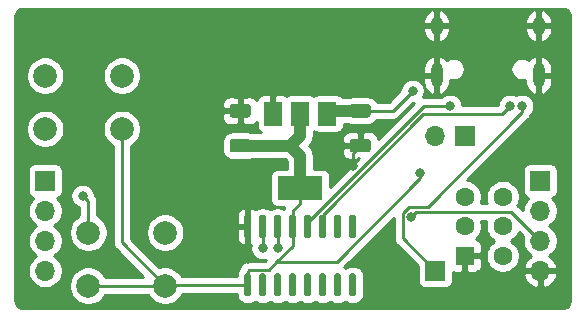
<source format=gbl>
%TF.GenerationSoftware,KiCad,Pcbnew,(5.1.9-0-10_14)*%
%TF.CreationDate,2021-03-22T14:16:12+08:00*%
%TF.ProjectId,Kernel,4b65726e-656c-42e6-9b69-6361645f7063,rev?*%
%TF.SameCoordinates,Original*%
%TF.FileFunction,Copper,L2,Bot*%
%TF.FilePolarity,Positive*%
%FSLAX46Y46*%
G04 Gerber Fmt 4.6, Leading zero omitted, Abs format (unit mm)*
G04 Created by KiCad (PCBNEW (5.1.9-0-10_14)) date 2021-03-22 14:16:12*
%MOMM*%
%LPD*%
G01*
G04 APERTURE LIST*
%TA.AperFunction,ComponentPad*%
%ADD10R,1.700000X1.700000*%
%TD*%
%TA.AperFunction,SMDPad,CuDef*%
%ADD11R,1.500000X2.000000*%
%TD*%
%TA.AperFunction,SMDPad,CuDef*%
%ADD12R,3.800000X2.000000*%
%TD*%
%TA.AperFunction,ComponentPad*%
%ADD13O,1.000000X2.100000*%
%TD*%
%TA.AperFunction,ComponentPad*%
%ADD14O,1.000000X1.600000*%
%TD*%
%TA.AperFunction,ComponentPad*%
%ADD15O,1.700000X1.700000*%
%TD*%
%TA.AperFunction,ComponentPad*%
%ADD16C,2.000000*%
%TD*%
%TA.AperFunction,ComponentPad*%
%ADD17C,1.600000*%
%TD*%
%TA.AperFunction,ComponentPad*%
%ADD18R,1.600000X1.600000*%
%TD*%
%TA.AperFunction,ViaPad*%
%ADD19C,0.800000*%
%TD*%
%TA.AperFunction,Conductor*%
%ADD20C,0.250000*%
%TD*%
%TA.AperFunction,Conductor*%
%ADD21C,1.000000*%
%TD*%
%TA.AperFunction,Conductor*%
%ADD22C,0.254000*%
%TD*%
%TA.AperFunction,Conductor*%
%ADD23C,0.100000*%
%TD*%
G04 APERTURE END LIST*
D10*
%TO.P,J5,1*%
%TO.N,+5V*%
X109220000Y-53340000D03*
%TD*%
D11*
%TO.P,U3,1*%
%TO.N,GND*%
X95490000Y-40030000D03*
%TO.P,U3,3*%
%TO.N,+5V*%
X100090000Y-40030000D03*
%TO.P,U3,2*%
%TO.N,+3V3*%
X97790000Y-40030000D03*
D12*
X97790000Y-46330000D03*
%TD*%
%TO.P,U2,16*%
%TO.N,+3V3*%
%TA.AperFunction,SMDPad,CuDef*%
G36*
G01*
X93195000Y-53570000D02*
X93495000Y-53570000D01*
G75*
G02*
X93645000Y-53720000I0J-150000D01*
G01*
X93645000Y-55370000D01*
G75*
G02*
X93495000Y-55520000I-150000J0D01*
G01*
X93195000Y-55520000D01*
G75*
G02*
X93045000Y-55370000I0J150000D01*
G01*
X93045000Y-53720000D01*
G75*
G02*
X93195000Y-53570000I150000J0D01*
G01*
G37*
%TD.AperFunction*%
%TO.P,U2,15*%
%TO.N,Net-(U2-Pad15)*%
%TA.AperFunction,SMDPad,CuDef*%
G36*
G01*
X94465000Y-53570000D02*
X94765000Y-53570000D01*
G75*
G02*
X94915000Y-53720000I0J-150000D01*
G01*
X94915000Y-55370000D01*
G75*
G02*
X94765000Y-55520000I-150000J0D01*
G01*
X94465000Y-55520000D01*
G75*
G02*
X94315000Y-55370000I0J150000D01*
G01*
X94315000Y-53720000D01*
G75*
G02*
X94465000Y-53570000I150000J0D01*
G01*
G37*
%TD.AperFunction*%
%TO.P,U2,14*%
%TO.N,Net-(U2-Pad14)*%
%TA.AperFunction,SMDPad,CuDef*%
G36*
G01*
X95735000Y-53570000D02*
X96035000Y-53570000D01*
G75*
G02*
X96185000Y-53720000I0J-150000D01*
G01*
X96185000Y-55370000D01*
G75*
G02*
X96035000Y-55520000I-150000J0D01*
G01*
X95735000Y-55520000D01*
G75*
G02*
X95585000Y-55370000I0J150000D01*
G01*
X95585000Y-53720000D01*
G75*
G02*
X95735000Y-53570000I150000J0D01*
G01*
G37*
%TD.AperFunction*%
%TO.P,U2,13*%
%TO.N,Net-(U2-Pad13)*%
%TA.AperFunction,SMDPad,CuDef*%
G36*
G01*
X97005000Y-53570000D02*
X97305000Y-53570000D01*
G75*
G02*
X97455000Y-53720000I0J-150000D01*
G01*
X97455000Y-55370000D01*
G75*
G02*
X97305000Y-55520000I-150000J0D01*
G01*
X97005000Y-55520000D01*
G75*
G02*
X96855000Y-55370000I0J150000D01*
G01*
X96855000Y-53720000D01*
G75*
G02*
X97005000Y-53570000I150000J0D01*
G01*
G37*
%TD.AperFunction*%
%TO.P,U2,12*%
%TO.N,Net-(U2-Pad12)*%
%TA.AperFunction,SMDPad,CuDef*%
G36*
G01*
X98275000Y-53570000D02*
X98575000Y-53570000D01*
G75*
G02*
X98725000Y-53720000I0J-150000D01*
G01*
X98725000Y-55370000D01*
G75*
G02*
X98575000Y-55520000I-150000J0D01*
G01*
X98275000Y-55520000D01*
G75*
G02*
X98125000Y-55370000I0J150000D01*
G01*
X98125000Y-53720000D01*
G75*
G02*
X98275000Y-53570000I150000J0D01*
G01*
G37*
%TD.AperFunction*%
%TO.P,U2,11*%
%TO.N,Net-(U2-Pad11)*%
%TA.AperFunction,SMDPad,CuDef*%
G36*
G01*
X99545000Y-53570000D02*
X99845000Y-53570000D01*
G75*
G02*
X99995000Y-53720000I0J-150000D01*
G01*
X99995000Y-55370000D01*
G75*
G02*
X99845000Y-55520000I-150000J0D01*
G01*
X99545000Y-55520000D01*
G75*
G02*
X99395000Y-55370000I0J150000D01*
G01*
X99395000Y-53720000D01*
G75*
G02*
X99545000Y-53570000I150000J0D01*
G01*
G37*
%TD.AperFunction*%
%TO.P,U2,10*%
%TO.N,Net-(U2-Pad10)*%
%TA.AperFunction,SMDPad,CuDef*%
G36*
G01*
X100815000Y-53570000D02*
X101115000Y-53570000D01*
G75*
G02*
X101265000Y-53720000I0J-150000D01*
G01*
X101265000Y-55370000D01*
G75*
G02*
X101115000Y-55520000I-150000J0D01*
G01*
X100815000Y-55520000D01*
G75*
G02*
X100665000Y-55370000I0J150000D01*
G01*
X100665000Y-53720000D01*
G75*
G02*
X100815000Y-53570000I150000J0D01*
G01*
G37*
%TD.AperFunction*%
%TO.P,U2,9*%
%TO.N,Net-(U2-Pad9)*%
%TA.AperFunction,SMDPad,CuDef*%
G36*
G01*
X102085000Y-53570000D02*
X102385000Y-53570000D01*
G75*
G02*
X102535000Y-53720000I0J-150000D01*
G01*
X102535000Y-55370000D01*
G75*
G02*
X102385000Y-55520000I-150000J0D01*
G01*
X102085000Y-55520000D01*
G75*
G02*
X101935000Y-55370000I0J150000D01*
G01*
X101935000Y-53720000D01*
G75*
G02*
X102085000Y-53570000I150000J0D01*
G01*
G37*
%TD.AperFunction*%
%TO.P,U2,8*%
%TO.N,Net-(U2-Pad8)*%
%TA.AperFunction,SMDPad,CuDef*%
G36*
G01*
X102085000Y-48620000D02*
X102385000Y-48620000D01*
G75*
G02*
X102535000Y-48770000I0J-150000D01*
G01*
X102535000Y-50420000D01*
G75*
G02*
X102385000Y-50570000I-150000J0D01*
G01*
X102085000Y-50570000D01*
G75*
G02*
X101935000Y-50420000I0J150000D01*
G01*
X101935000Y-48770000D01*
G75*
G02*
X102085000Y-48620000I150000J0D01*
G01*
G37*
%TD.AperFunction*%
%TO.P,U2,7*%
%TO.N,Net-(U2-Pad7)*%
%TA.AperFunction,SMDPad,CuDef*%
G36*
G01*
X100815000Y-48620000D02*
X101115000Y-48620000D01*
G75*
G02*
X101265000Y-48770000I0J-150000D01*
G01*
X101265000Y-50420000D01*
G75*
G02*
X101115000Y-50570000I-150000J0D01*
G01*
X100815000Y-50570000D01*
G75*
G02*
X100665000Y-50420000I0J150000D01*
G01*
X100665000Y-48770000D01*
G75*
G02*
X100815000Y-48620000I150000J0D01*
G01*
G37*
%TD.AperFunction*%
%TO.P,U2,6*%
%TO.N,Net-(J1-PadA7)*%
%TA.AperFunction,SMDPad,CuDef*%
G36*
G01*
X99545000Y-48620000D02*
X99845000Y-48620000D01*
G75*
G02*
X99995000Y-48770000I0J-150000D01*
G01*
X99995000Y-50420000D01*
G75*
G02*
X99845000Y-50570000I-150000J0D01*
G01*
X99545000Y-50570000D01*
G75*
G02*
X99395000Y-50420000I0J150000D01*
G01*
X99395000Y-48770000D01*
G75*
G02*
X99545000Y-48620000I150000J0D01*
G01*
G37*
%TD.AperFunction*%
%TO.P,U2,5*%
%TO.N,Net-(J1-PadA6)*%
%TA.AperFunction,SMDPad,CuDef*%
G36*
G01*
X98275000Y-48620000D02*
X98575000Y-48620000D01*
G75*
G02*
X98725000Y-48770000I0J-150000D01*
G01*
X98725000Y-50420000D01*
G75*
G02*
X98575000Y-50570000I-150000J0D01*
G01*
X98275000Y-50570000D01*
G75*
G02*
X98125000Y-50420000I0J150000D01*
G01*
X98125000Y-48770000D01*
G75*
G02*
X98275000Y-48620000I150000J0D01*
G01*
G37*
%TD.AperFunction*%
%TO.P,U2,4*%
%TO.N,+3V3*%
%TA.AperFunction,SMDPad,CuDef*%
G36*
G01*
X97005000Y-48620000D02*
X97305000Y-48620000D01*
G75*
G02*
X97455000Y-48770000I0J-150000D01*
G01*
X97455000Y-50420000D01*
G75*
G02*
X97305000Y-50570000I-150000J0D01*
G01*
X97005000Y-50570000D01*
G75*
G02*
X96855000Y-50420000I0J150000D01*
G01*
X96855000Y-48770000D01*
G75*
G02*
X97005000Y-48620000I150000J0D01*
G01*
G37*
%TD.AperFunction*%
%TO.P,U2,3*%
%TO.N,RXD*%
%TA.AperFunction,SMDPad,CuDef*%
G36*
G01*
X95735000Y-48620000D02*
X96035000Y-48620000D01*
G75*
G02*
X96185000Y-48770000I0J-150000D01*
G01*
X96185000Y-50420000D01*
G75*
G02*
X96035000Y-50570000I-150000J0D01*
G01*
X95735000Y-50570000D01*
G75*
G02*
X95585000Y-50420000I0J150000D01*
G01*
X95585000Y-48770000D01*
G75*
G02*
X95735000Y-48620000I150000J0D01*
G01*
G37*
%TD.AperFunction*%
%TO.P,U2,2*%
%TO.N,TXD*%
%TA.AperFunction,SMDPad,CuDef*%
G36*
G01*
X94465000Y-48620000D02*
X94765000Y-48620000D01*
G75*
G02*
X94915000Y-48770000I0J-150000D01*
G01*
X94915000Y-50420000D01*
G75*
G02*
X94765000Y-50570000I-150000J0D01*
G01*
X94465000Y-50570000D01*
G75*
G02*
X94315000Y-50420000I0J150000D01*
G01*
X94315000Y-48770000D01*
G75*
G02*
X94465000Y-48620000I150000J0D01*
G01*
G37*
%TD.AperFunction*%
%TO.P,U2,1*%
%TO.N,GND*%
%TA.AperFunction,SMDPad,CuDef*%
G36*
G01*
X93195000Y-48620000D02*
X93495000Y-48620000D01*
G75*
G02*
X93645000Y-48770000I0J-150000D01*
G01*
X93645000Y-50420000D01*
G75*
G02*
X93495000Y-50570000I-150000J0D01*
G01*
X93195000Y-50570000D01*
G75*
G02*
X93045000Y-50420000I0J150000D01*
G01*
X93045000Y-48770000D01*
G75*
G02*
X93195000Y-48620000I150000J0D01*
G01*
G37*
%TD.AperFunction*%
%TD*%
D13*
%TO.P,J1,S1*%
%TO.N,GND*%
X109345000Y-36785000D03*
X117985000Y-36785000D03*
D14*
X117985000Y-32605000D03*
X109345000Y-32605000D03*
%TD*%
%TO.P,C3,2*%
%TO.N,GND*%
%TA.AperFunction,SMDPad,CuDef*%
G36*
G01*
X93360001Y-40375000D02*
X92059999Y-40375000D01*
G75*
G02*
X91810000Y-40125001I0J249999D01*
G01*
X91810000Y-39474999D01*
G75*
G02*
X92059999Y-39225000I249999J0D01*
G01*
X93360001Y-39225000D01*
G75*
G02*
X93610000Y-39474999I0J-249999D01*
G01*
X93610000Y-40125001D01*
G75*
G02*
X93360001Y-40375000I-249999J0D01*
G01*
G37*
%TD.AperFunction*%
%TO.P,C3,1*%
%TO.N,+3V3*%
%TA.AperFunction,SMDPad,CuDef*%
G36*
G01*
X93360001Y-43325000D02*
X92059999Y-43325000D01*
G75*
G02*
X91810000Y-43075001I0J249999D01*
G01*
X91810000Y-42424999D01*
G75*
G02*
X92059999Y-42175000I249999J0D01*
G01*
X93360001Y-42175000D01*
G75*
G02*
X93610000Y-42424999I0J-249999D01*
G01*
X93610000Y-43075001D01*
G75*
G02*
X93360001Y-43325000I-249999J0D01*
G01*
G37*
%TD.AperFunction*%
%TD*%
%TO.P,C2,2*%
%TO.N,GND*%
%TA.AperFunction,SMDPad,CuDef*%
G36*
G01*
X102219999Y-42175000D02*
X103520001Y-42175000D01*
G75*
G02*
X103770000Y-42424999I0J-249999D01*
G01*
X103770000Y-43075001D01*
G75*
G02*
X103520001Y-43325000I-249999J0D01*
G01*
X102219999Y-43325000D01*
G75*
G02*
X101970000Y-43075001I0J249999D01*
G01*
X101970000Y-42424999D01*
G75*
G02*
X102219999Y-42175000I249999J0D01*
G01*
G37*
%TD.AperFunction*%
%TO.P,C2,1*%
%TO.N,+5V*%
%TA.AperFunction,SMDPad,CuDef*%
G36*
G01*
X102219999Y-39225000D02*
X103520001Y-39225000D01*
G75*
G02*
X103770000Y-39474999I0J-249999D01*
G01*
X103770000Y-40125001D01*
G75*
G02*
X103520001Y-40375000I-249999J0D01*
G01*
X102219999Y-40375000D01*
G75*
G02*
X101970000Y-40125001I0J249999D01*
G01*
X101970000Y-39474999D01*
G75*
G02*
X102219999Y-39225000I249999J0D01*
G01*
G37*
%TD.AperFunction*%
%TD*%
D15*
%TO.P,J4,2*%
%TO.N,TXD*%
X109220000Y-41910000D03*
D10*
%TO.P,J4,1*%
%TO.N,RXD*%
X111760000Y-41910000D03*
%TD*%
D16*
%TO.P,SW3,1*%
%TO.N,+3V3*%
X79860000Y-54610000D03*
%TO.P,SW3,2*%
%TO.N,IO13*%
X79860000Y-50110000D03*
%TO.P,SW3,1*%
%TO.N,+3V3*%
X86360000Y-54610000D03*
%TO.P,SW3,2*%
%TO.N,IO13*%
X86360000Y-50110000D03*
%TD*%
%TO.P,SW2,1*%
%TO.N,RST*%
X82700000Y-36830000D03*
%TO.P,SW2,2*%
%TO.N,+3V3*%
X82700000Y-41330000D03*
%TO.P,SW2,1*%
%TO.N,RST*%
X76200000Y-36830000D03*
%TO.P,SW2,2*%
%TO.N,+3V3*%
X76200000Y-41330000D03*
%TD*%
D15*
%TO.P,J3,4*%
%TO.N,GND*%
X118110000Y-53340000D03*
%TO.P,J3,3*%
%TO.N,IO2*%
X118110000Y-50800000D03*
%TO.P,J3,2*%
%TO.N,IO4*%
X118110000Y-48260000D03*
D10*
%TO.P,J3,1*%
%TO.N,IO5*%
X118110000Y-45720000D03*
%TD*%
D15*
%TO.P,J2,4*%
%TO.N,+3V3*%
X76200000Y-53340000D03*
%TO.P,J2,3*%
%TO.N,IO12*%
X76200000Y-50800000D03*
%TO.P,J2,2*%
%TO.N,IO14*%
X76200000Y-48260000D03*
D10*
%TO.P,J2,1*%
%TO.N,IO16*%
X76200000Y-45720000D03*
%TD*%
D17*
%TO.P,SW1,6*%
%TO.N,N/C*%
X114935000Y-47070000D03*
%TO.P,SW1,5*%
X114935000Y-49570000D03*
%TO.P,SW1,4*%
X114935000Y-52070000D03*
%TO.P,SW1,3*%
%TO.N,Net-(R1-Pad2)*%
X111735000Y-47070000D03*
%TO.P,SW1,2*%
%TO.N,IO0*%
X111735000Y-49570000D03*
D18*
%TO.P,SW1,1*%
%TO.N,GND*%
X111735000Y-52070000D03*
%TD*%
D19*
%TO.N,+3V3*%
X107950000Y-45085000D03*
%TO.N,GND*%
X93345000Y-52324000D03*
X102235000Y-44450000D03*
X88265000Y-42545000D03*
%TO.N,RXD*%
X95885000Y-51435000D03*
%TO.N,TXD*%
X94615000Y-51435000D03*
%TO.N,IO2*%
X107188000Y-48768000D03*
%TO.N,IO13*%
X79375000Y-46990000D03*
%TO.N,+5V*%
X116586000Y-39370000D03*
X107315000Y-38100000D03*
%TO.N,Net-(J1-PadA7)*%
X115570000Y-39370000D03*
%TO.N,Net-(J1-PadA6)*%
X110490000Y-39370000D03*
%TD*%
D20*
%TO.N,+3V3*%
X86425000Y-54545000D02*
X86360000Y-54610000D01*
X93345000Y-54545000D02*
X86425000Y-54545000D01*
X97790000Y-46330000D02*
X97790000Y-47625000D01*
X97155000Y-48260000D02*
X97155000Y-49595000D01*
X97790000Y-47625000D02*
X97155000Y-48260000D01*
X93345000Y-53340000D02*
X93345000Y-54545000D01*
X93440010Y-53244990D02*
X93345000Y-53340000D01*
X95148012Y-53244990D02*
X93440010Y-53244990D01*
X97155000Y-49595000D02*
X97155000Y-51238002D01*
X107950000Y-45526768D02*
X107950000Y-45085000D01*
X100870267Y-52606501D02*
X107950000Y-45526768D01*
X95786501Y-52606501D02*
X100870267Y-52606501D01*
X97155000Y-51238002D02*
X95786501Y-52606501D01*
X95786501Y-52606501D02*
X95148012Y-53244990D01*
X82700000Y-50950000D02*
X86360000Y-54610000D01*
X82700000Y-41330000D02*
X82700000Y-50950000D01*
D21*
X92710000Y-42750000D02*
X95070000Y-42750000D01*
X95070000Y-42750000D02*
X96950000Y-42750000D01*
X97790000Y-41910000D02*
X97790000Y-40030000D01*
X96950000Y-42750000D02*
X97790000Y-41910000D01*
X97790000Y-43590000D02*
X96950000Y-42750000D01*
X97790000Y-46330000D02*
X97790000Y-43590000D01*
D20*
X86360000Y-54610000D02*
X79860000Y-54610000D01*
%TO.N,GND*%
X95260000Y-39800000D02*
X95490000Y-40030000D01*
X102235000Y-43385000D02*
X102870000Y-42750000D01*
X102235000Y-44450000D02*
X102235000Y-43385000D01*
X93345000Y-49595000D02*
X93345000Y-52324000D01*
%TO.N,RXD*%
X95885000Y-49595000D02*
X95885000Y-51435000D01*
%TO.N,TXD*%
X94615000Y-49595000D02*
X94615000Y-51435000D01*
%TO.N,IO2*%
X115678001Y-48368001D02*
X118110000Y-50800000D01*
X107587999Y-48368001D02*
X115678001Y-48368001D01*
X107188000Y-48768000D02*
X107587999Y-48368001D01*
%TO.N,IO13*%
X79860000Y-47475000D02*
X79375000Y-46990000D01*
X79860000Y-50110000D02*
X79860000Y-47475000D01*
%TO.N,+5V*%
X100320000Y-39800000D02*
X100090000Y-40030000D01*
D21*
X102870000Y-39800000D02*
X100320000Y-39800000D01*
D20*
X105615000Y-39800000D02*
X102870000Y-39800000D01*
X107315000Y-38100000D02*
X105615000Y-39800000D01*
X106462999Y-50582999D02*
X109220000Y-53340000D01*
X106965007Y-47917991D02*
X106462999Y-48419999D01*
X108603694Y-47917991D02*
X106965007Y-47917991D01*
X116586000Y-39935685D02*
X108603694Y-47917991D01*
X106462999Y-48419999D02*
X106462999Y-50582999D01*
X116586000Y-39370000D02*
X116586000Y-39935685D01*
%TO.N,Net-(J1-PadA7)*%
X114844999Y-40095001D02*
X115570000Y-39370000D01*
X108219999Y-40095001D02*
X114844999Y-40095001D01*
X99695000Y-48620000D02*
X108219999Y-40095001D01*
X99695000Y-49595000D02*
X99695000Y-48620000D01*
%TO.N,Net-(J1-PadA6)*%
X108273232Y-39370000D02*
X98425000Y-49218232D01*
X98425000Y-49218232D02*
X98425000Y-49595000D01*
X110490000Y-39370000D02*
X108273232Y-39370000D01*
%TD*%
D22*
%TO.N,GND*%
X120132869Y-31154722D02*
X120246246Y-31188953D01*
X120350819Y-31244555D01*
X120442596Y-31319407D01*
X120518091Y-31410664D01*
X120574419Y-31514844D01*
X120609440Y-31627976D01*
X120625001Y-31776031D01*
X120625000Y-55847721D01*
X120610278Y-55997869D01*
X120576047Y-56111246D01*
X120520446Y-56215817D01*
X120445594Y-56307595D01*
X120354335Y-56383091D01*
X120250160Y-56439419D01*
X120137024Y-56474440D01*
X119988979Y-56490000D01*
X74327279Y-56490000D01*
X74177131Y-56475278D01*
X74063754Y-56441047D01*
X73959183Y-56385446D01*
X73867405Y-56310594D01*
X73791909Y-56219335D01*
X73735581Y-56115160D01*
X73700560Y-56002024D01*
X73685000Y-55853979D01*
X73685000Y-44870000D01*
X74711928Y-44870000D01*
X74711928Y-46570000D01*
X74724188Y-46694482D01*
X74760498Y-46814180D01*
X74819463Y-46924494D01*
X74898815Y-47021185D01*
X74995506Y-47100537D01*
X75105820Y-47159502D01*
X75178380Y-47181513D01*
X75046525Y-47313368D01*
X74884010Y-47556589D01*
X74772068Y-47826842D01*
X74715000Y-48113740D01*
X74715000Y-48406260D01*
X74772068Y-48693158D01*
X74884010Y-48963411D01*
X75046525Y-49206632D01*
X75253368Y-49413475D01*
X75427760Y-49530000D01*
X75253368Y-49646525D01*
X75046525Y-49853368D01*
X74884010Y-50096589D01*
X74772068Y-50366842D01*
X74715000Y-50653740D01*
X74715000Y-50946260D01*
X74772068Y-51233158D01*
X74884010Y-51503411D01*
X75046525Y-51746632D01*
X75253368Y-51953475D01*
X75427760Y-52070000D01*
X75253368Y-52186525D01*
X75046525Y-52393368D01*
X74884010Y-52636589D01*
X74772068Y-52906842D01*
X74715000Y-53193740D01*
X74715000Y-53486260D01*
X74772068Y-53773158D01*
X74884010Y-54043411D01*
X75046525Y-54286632D01*
X75253368Y-54493475D01*
X75496589Y-54655990D01*
X75766842Y-54767932D01*
X76053740Y-54825000D01*
X76346260Y-54825000D01*
X76633158Y-54767932D01*
X76903411Y-54655990D01*
X77146632Y-54493475D01*
X77191140Y-54448967D01*
X78225000Y-54448967D01*
X78225000Y-54771033D01*
X78287832Y-55086912D01*
X78411082Y-55384463D01*
X78590013Y-55652252D01*
X78817748Y-55879987D01*
X79085537Y-56058918D01*
X79383088Y-56182168D01*
X79698967Y-56245000D01*
X80021033Y-56245000D01*
X80336912Y-56182168D01*
X80634463Y-56058918D01*
X80902252Y-55879987D01*
X81129987Y-55652252D01*
X81308918Y-55384463D01*
X81314909Y-55370000D01*
X84905091Y-55370000D01*
X84911082Y-55384463D01*
X85090013Y-55652252D01*
X85317748Y-55879987D01*
X85585537Y-56058918D01*
X85883088Y-56182168D01*
X86198967Y-56245000D01*
X86521033Y-56245000D01*
X86836912Y-56182168D01*
X87134463Y-56058918D01*
X87402252Y-55879987D01*
X87629987Y-55652252D01*
X87808918Y-55384463D01*
X87841833Y-55305000D01*
X92406928Y-55305000D01*
X92406928Y-55370000D01*
X92422071Y-55523745D01*
X92466916Y-55671582D01*
X92539742Y-55807829D01*
X92637749Y-55927251D01*
X92757171Y-56025258D01*
X92893418Y-56098084D01*
X93041255Y-56142929D01*
X93195000Y-56158072D01*
X93495000Y-56158072D01*
X93648745Y-56142929D01*
X93796582Y-56098084D01*
X93932829Y-56025258D01*
X93980000Y-55986546D01*
X94027171Y-56025258D01*
X94163418Y-56098084D01*
X94311255Y-56142929D01*
X94465000Y-56158072D01*
X94765000Y-56158072D01*
X94918745Y-56142929D01*
X95066582Y-56098084D01*
X95202829Y-56025258D01*
X95250000Y-55986546D01*
X95297171Y-56025258D01*
X95433418Y-56098084D01*
X95581255Y-56142929D01*
X95735000Y-56158072D01*
X96035000Y-56158072D01*
X96188745Y-56142929D01*
X96336582Y-56098084D01*
X96472829Y-56025258D01*
X96520000Y-55986546D01*
X96567171Y-56025258D01*
X96703418Y-56098084D01*
X96851255Y-56142929D01*
X97005000Y-56158072D01*
X97305000Y-56158072D01*
X97458745Y-56142929D01*
X97606582Y-56098084D01*
X97742829Y-56025258D01*
X97790000Y-55986546D01*
X97837171Y-56025258D01*
X97973418Y-56098084D01*
X98121255Y-56142929D01*
X98275000Y-56158072D01*
X98575000Y-56158072D01*
X98728745Y-56142929D01*
X98876582Y-56098084D01*
X99012829Y-56025258D01*
X99060000Y-55986546D01*
X99107171Y-56025258D01*
X99243418Y-56098084D01*
X99391255Y-56142929D01*
X99545000Y-56158072D01*
X99845000Y-56158072D01*
X99998745Y-56142929D01*
X100146582Y-56098084D01*
X100282829Y-56025258D01*
X100330000Y-55986546D01*
X100377171Y-56025258D01*
X100513418Y-56098084D01*
X100661255Y-56142929D01*
X100815000Y-56158072D01*
X101115000Y-56158072D01*
X101268745Y-56142929D01*
X101416582Y-56098084D01*
X101552829Y-56025258D01*
X101600000Y-55986546D01*
X101647171Y-56025258D01*
X101783418Y-56098084D01*
X101931255Y-56142929D01*
X102085000Y-56158072D01*
X102385000Y-56158072D01*
X102538745Y-56142929D01*
X102686582Y-56098084D01*
X102822829Y-56025258D01*
X102942251Y-55927251D01*
X103040258Y-55807829D01*
X103113084Y-55671582D01*
X103157929Y-55523745D01*
X103173072Y-55370000D01*
X103173072Y-53720000D01*
X103157929Y-53566255D01*
X103113084Y-53418418D01*
X103040258Y-53282171D01*
X102942251Y-53162749D01*
X102822829Y-53064742D01*
X102686582Y-52991916D01*
X102538745Y-52947071D01*
X102385000Y-52931928D01*
X102085000Y-52931928D01*
X101931255Y-52947071D01*
X101783418Y-52991916D01*
X101647171Y-53064742D01*
X101600000Y-53103454D01*
X101552829Y-53064742D01*
X101509817Y-53041752D01*
X105702999Y-48848571D01*
X105703000Y-50545667D01*
X105699323Y-50582999D01*
X105703000Y-50620332D01*
X105713997Y-50731985D01*
X105717937Y-50744974D01*
X105757453Y-50875245D01*
X105828025Y-51007275D01*
X105883818Y-51075258D01*
X105922999Y-51123000D01*
X105951997Y-51146798D01*
X107731928Y-52926730D01*
X107731928Y-54190000D01*
X107744188Y-54314482D01*
X107780498Y-54434180D01*
X107839463Y-54544494D01*
X107918815Y-54641185D01*
X108015506Y-54720537D01*
X108125820Y-54779502D01*
X108245518Y-54815812D01*
X108370000Y-54828072D01*
X110070000Y-54828072D01*
X110194482Y-54815812D01*
X110314180Y-54779502D01*
X110424494Y-54720537D01*
X110521185Y-54641185D01*
X110600537Y-54544494D01*
X110659502Y-54434180D01*
X110695812Y-54314482D01*
X110708072Y-54190000D01*
X110708072Y-53696890D01*
X116668524Y-53696890D01*
X116713175Y-53844099D01*
X116838359Y-54106920D01*
X117012412Y-54340269D01*
X117228645Y-54535178D01*
X117478748Y-54684157D01*
X117753109Y-54781481D01*
X117983000Y-54660814D01*
X117983000Y-53467000D01*
X118237000Y-53467000D01*
X118237000Y-54660814D01*
X118466891Y-54781481D01*
X118741252Y-54684157D01*
X118991355Y-54535178D01*
X119207588Y-54340269D01*
X119381641Y-54106920D01*
X119506825Y-53844099D01*
X119551476Y-53696890D01*
X119430155Y-53467000D01*
X118237000Y-53467000D01*
X117983000Y-53467000D01*
X116789845Y-53467000D01*
X116668524Y-53696890D01*
X110708072Y-53696890D01*
X110708072Y-53464735D01*
X110810518Y-53495812D01*
X110935000Y-53508072D01*
X111449250Y-53505000D01*
X111608000Y-53346250D01*
X111608000Y-52197000D01*
X111862000Y-52197000D01*
X111862000Y-53346250D01*
X112020750Y-53505000D01*
X112535000Y-53508072D01*
X112659482Y-53495812D01*
X112779180Y-53459502D01*
X112889494Y-53400537D01*
X112986185Y-53321185D01*
X113065537Y-53224494D01*
X113124502Y-53114180D01*
X113160812Y-52994482D01*
X113173072Y-52870000D01*
X113170000Y-52355750D01*
X113011250Y-52197000D01*
X111862000Y-52197000D01*
X111608000Y-52197000D01*
X111588000Y-52197000D01*
X111588000Y-51943000D01*
X111608000Y-51943000D01*
X111608000Y-51923000D01*
X111862000Y-51923000D01*
X111862000Y-51943000D01*
X113011250Y-51943000D01*
X113170000Y-51784250D01*
X113173072Y-51270000D01*
X113160812Y-51145518D01*
X113124502Y-51025820D01*
X113065537Y-50915506D01*
X112986185Y-50818815D01*
X112889494Y-50739463D01*
X112779180Y-50680498D01*
X112683057Y-50651339D01*
X112849637Y-50484759D01*
X113006680Y-50249727D01*
X113114853Y-49988574D01*
X113170000Y-49711335D01*
X113170000Y-49428665D01*
X113114853Y-49151426D01*
X113105150Y-49128001D01*
X113564850Y-49128001D01*
X113555147Y-49151426D01*
X113500000Y-49428665D01*
X113500000Y-49711335D01*
X113555147Y-49988574D01*
X113663320Y-50249727D01*
X113820363Y-50484759D01*
X114020241Y-50684637D01*
X114222827Y-50820000D01*
X114020241Y-50955363D01*
X113820363Y-51155241D01*
X113663320Y-51390273D01*
X113555147Y-51651426D01*
X113500000Y-51928665D01*
X113500000Y-52211335D01*
X113555147Y-52488574D01*
X113663320Y-52749727D01*
X113820363Y-52984759D01*
X114020241Y-53184637D01*
X114255273Y-53341680D01*
X114516426Y-53449853D01*
X114793665Y-53505000D01*
X115076335Y-53505000D01*
X115353574Y-53449853D01*
X115614727Y-53341680D01*
X115849759Y-53184637D01*
X116049637Y-52984759D01*
X116206680Y-52749727D01*
X116314853Y-52488574D01*
X116370000Y-52211335D01*
X116370000Y-51928665D01*
X116314853Y-51651426D01*
X116206680Y-51390273D01*
X116049637Y-51155241D01*
X115849759Y-50955363D01*
X115647173Y-50820000D01*
X115849759Y-50684637D01*
X116049637Y-50484759D01*
X116206680Y-50249727D01*
X116288176Y-50052978D01*
X116668790Y-50433592D01*
X116625000Y-50653740D01*
X116625000Y-50946260D01*
X116682068Y-51233158D01*
X116794010Y-51503411D01*
X116956525Y-51746632D01*
X117163368Y-51953475D01*
X117345534Y-52075195D01*
X117228645Y-52144822D01*
X117012412Y-52339731D01*
X116838359Y-52573080D01*
X116713175Y-52835901D01*
X116668524Y-52983110D01*
X116789845Y-53213000D01*
X117983000Y-53213000D01*
X117983000Y-53193000D01*
X118237000Y-53193000D01*
X118237000Y-53213000D01*
X119430155Y-53213000D01*
X119551476Y-52983110D01*
X119506825Y-52835901D01*
X119381641Y-52573080D01*
X119207588Y-52339731D01*
X118991355Y-52144822D01*
X118874466Y-52075195D01*
X119056632Y-51953475D01*
X119263475Y-51746632D01*
X119425990Y-51503411D01*
X119537932Y-51233158D01*
X119595000Y-50946260D01*
X119595000Y-50653740D01*
X119537932Y-50366842D01*
X119425990Y-50096589D01*
X119263475Y-49853368D01*
X119056632Y-49646525D01*
X118882240Y-49530000D01*
X119056632Y-49413475D01*
X119263475Y-49206632D01*
X119425990Y-48963411D01*
X119537932Y-48693158D01*
X119595000Y-48406260D01*
X119595000Y-48113740D01*
X119537932Y-47826842D01*
X119425990Y-47556589D01*
X119263475Y-47313368D01*
X119131620Y-47181513D01*
X119204180Y-47159502D01*
X119314494Y-47100537D01*
X119411185Y-47021185D01*
X119490537Y-46924494D01*
X119549502Y-46814180D01*
X119585812Y-46694482D01*
X119598072Y-46570000D01*
X119598072Y-44870000D01*
X119585812Y-44745518D01*
X119549502Y-44625820D01*
X119490537Y-44515506D01*
X119411185Y-44418815D01*
X119314494Y-44339463D01*
X119204180Y-44280498D01*
X119084482Y-44244188D01*
X118960000Y-44231928D01*
X117260000Y-44231928D01*
X117135518Y-44244188D01*
X117015820Y-44280498D01*
X116905506Y-44339463D01*
X116808815Y-44418815D01*
X116729463Y-44515506D01*
X116670498Y-44625820D01*
X116634188Y-44745518D01*
X116621928Y-44870000D01*
X116621928Y-46570000D01*
X116634188Y-46694482D01*
X116670498Y-46814180D01*
X116729463Y-46924494D01*
X116808815Y-47021185D01*
X116905506Y-47100537D01*
X117015820Y-47159502D01*
X117088380Y-47181513D01*
X116956525Y-47313368D01*
X116794010Y-47556589D01*
X116682068Y-47826842D01*
X116625000Y-48113740D01*
X116625000Y-48240199D01*
X116241805Y-47857004D01*
X116218002Y-47828000D01*
X116176912Y-47794278D01*
X116206680Y-47749727D01*
X116314853Y-47488574D01*
X116370000Y-47211335D01*
X116370000Y-46928665D01*
X116314853Y-46651426D01*
X116206680Y-46390273D01*
X116049637Y-46155241D01*
X115849759Y-45955363D01*
X115614727Y-45798320D01*
X115353574Y-45690147D01*
X115076335Y-45635000D01*
X114793665Y-45635000D01*
X114516426Y-45690147D01*
X114255273Y-45798320D01*
X114020241Y-45955363D01*
X113820363Y-46155241D01*
X113663320Y-46390273D01*
X113555147Y-46651426D01*
X113500000Y-46928665D01*
X113500000Y-47211335D01*
X113555147Y-47488574D01*
X113604615Y-47608001D01*
X113065385Y-47608001D01*
X113114853Y-47488574D01*
X113170000Y-47211335D01*
X113170000Y-46928665D01*
X113114853Y-46651426D01*
X113006680Y-46390273D01*
X112849637Y-46155241D01*
X112649759Y-45955363D01*
X112414727Y-45798320D01*
X112153574Y-45690147D01*
X111947359Y-45649128D01*
X117097008Y-40499480D01*
X117126001Y-40475686D01*
X117149795Y-40446693D01*
X117149799Y-40446689D01*
X117220973Y-40359962D01*
X117220974Y-40359961D01*
X117291546Y-40227932D01*
X117334987Y-40084724D01*
X117389937Y-40029774D01*
X117503205Y-39860256D01*
X117581226Y-39671898D01*
X117621000Y-39471939D01*
X117621000Y-39268061D01*
X117581226Y-39068102D01*
X117503205Y-38879744D01*
X117389937Y-38710226D01*
X117245774Y-38566063D01*
X117076256Y-38452795D01*
X116887898Y-38374774D01*
X116687939Y-38335000D01*
X116484061Y-38335000D01*
X116284102Y-38374774D01*
X116095744Y-38452795D01*
X116078000Y-38464651D01*
X116060256Y-38452795D01*
X115871898Y-38374774D01*
X115671939Y-38335000D01*
X115468061Y-38335000D01*
X115268102Y-38374774D01*
X115079744Y-38452795D01*
X114910226Y-38566063D01*
X114766063Y-38710226D01*
X114652795Y-38879744D01*
X114574774Y-39068102D01*
X114535000Y-39268061D01*
X114535000Y-39330199D01*
X114530198Y-39335001D01*
X111525000Y-39335001D01*
X111525000Y-39268061D01*
X111485226Y-39068102D01*
X111407205Y-38879744D01*
X111293937Y-38710226D01*
X111149774Y-38566063D01*
X110980256Y-38452795D01*
X110791898Y-38374774D01*
X110591939Y-38335000D01*
X110388061Y-38335000D01*
X110188102Y-38374774D01*
X109999744Y-38452795D01*
X109830226Y-38566063D01*
X109786289Y-38610000D01*
X108310554Y-38610000D01*
X108273231Y-38606324D01*
X108235908Y-38610000D01*
X108235899Y-38610000D01*
X108217823Y-38611780D01*
X108232205Y-38590256D01*
X108310226Y-38401898D01*
X108350000Y-38201939D01*
X108350000Y-37998061D01*
X108313070Y-37812399D01*
X108344997Y-37886678D01*
X108471839Y-38071169D01*
X108632236Y-38227369D01*
X108820024Y-38349276D01*
X109043126Y-38429119D01*
X109218000Y-38302954D01*
X109218000Y-36912000D01*
X108210000Y-36912000D01*
X108210000Y-37462000D01*
X108251169Y-37655526D01*
X108232205Y-37609744D01*
X108118937Y-37440226D01*
X107974774Y-37296063D01*
X107805256Y-37182795D01*
X107616898Y-37104774D01*
X107416939Y-37065000D01*
X107213061Y-37065000D01*
X107013102Y-37104774D01*
X106824744Y-37182795D01*
X106655226Y-37296063D01*
X106511063Y-37440226D01*
X106397795Y-37609744D01*
X106319774Y-37798102D01*
X106280000Y-37998061D01*
X106280000Y-38060198D01*
X105300199Y-39040000D01*
X104289614Y-39040000D01*
X104258405Y-38981613D01*
X104147962Y-38847038D01*
X104013387Y-38736595D01*
X103859851Y-38654528D01*
X103693255Y-38603992D01*
X103520001Y-38586928D01*
X102219999Y-38586928D01*
X102046745Y-38603992D01*
X101880149Y-38654528D01*
X101860557Y-38665000D01*
X101361915Y-38665000D01*
X101291185Y-38578815D01*
X101194494Y-38499463D01*
X101084180Y-38440498D01*
X100964482Y-38404188D01*
X100840000Y-38391928D01*
X99340000Y-38391928D01*
X99215518Y-38404188D01*
X99095820Y-38440498D01*
X98985506Y-38499463D01*
X98940000Y-38536809D01*
X98894494Y-38499463D01*
X98784180Y-38440498D01*
X98664482Y-38404188D01*
X98540000Y-38391928D01*
X97040000Y-38391928D01*
X96915518Y-38404188D01*
X96795820Y-38440498D01*
X96685506Y-38499463D01*
X96640000Y-38536809D01*
X96594494Y-38499463D01*
X96484180Y-38440498D01*
X96364482Y-38404188D01*
X96240000Y-38391928D01*
X95775750Y-38395000D01*
X95617000Y-38553750D01*
X95617000Y-39903000D01*
X95637000Y-39903000D01*
X95637000Y-40157000D01*
X95617000Y-40157000D01*
X95617000Y-40177000D01*
X95363000Y-40177000D01*
X95363000Y-40157000D01*
X95343000Y-40157000D01*
X95343000Y-39903000D01*
X95363000Y-39903000D01*
X95363000Y-38553750D01*
X95204250Y-38395000D01*
X94740000Y-38391928D01*
X94615518Y-38404188D01*
X94495820Y-38440498D01*
X94385506Y-38499463D01*
X94288815Y-38578815D01*
X94209463Y-38675506D01*
X94150498Y-38785820D01*
X94129053Y-38856513D01*
X94061185Y-38773815D01*
X93964494Y-38694463D01*
X93854180Y-38635498D01*
X93734482Y-38599188D01*
X93610000Y-38586928D01*
X92995750Y-38590000D01*
X92837000Y-38748750D01*
X92837000Y-39673000D01*
X92857000Y-39673000D01*
X92857000Y-39927000D01*
X92837000Y-39927000D01*
X92837000Y-40851250D01*
X92995750Y-41010000D01*
X93610000Y-41013072D01*
X93734482Y-41000812D01*
X93854180Y-40964502D01*
X93964494Y-40905537D01*
X94061185Y-40826185D01*
X94103024Y-40775204D01*
X94101928Y-41030000D01*
X94114188Y-41154482D01*
X94150498Y-41274180D01*
X94209463Y-41384494D01*
X94288815Y-41481185D01*
X94385506Y-41560537D01*
X94487397Y-41615000D01*
X93719443Y-41615000D01*
X93699851Y-41604528D01*
X93533255Y-41553992D01*
X93360001Y-41536928D01*
X92059999Y-41536928D01*
X91886745Y-41553992D01*
X91720149Y-41604528D01*
X91566613Y-41686595D01*
X91432038Y-41797038D01*
X91321595Y-41931613D01*
X91239528Y-42085149D01*
X91188992Y-42251745D01*
X91171928Y-42424999D01*
X91171928Y-43075001D01*
X91188992Y-43248255D01*
X91239528Y-43414851D01*
X91321595Y-43568387D01*
X91432038Y-43702962D01*
X91566613Y-43813405D01*
X91720149Y-43895472D01*
X91886745Y-43946008D01*
X92059999Y-43963072D01*
X93360001Y-43963072D01*
X93533255Y-43946008D01*
X93699851Y-43895472D01*
X93719443Y-43885000D01*
X96479869Y-43885000D01*
X96655001Y-44060132D01*
X96655001Y-44691928D01*
X95890000Y-44691928D01*
X95765518Y-44704188D01*
X95645820Y-44740498D01*
X95535506Y-44799463D01*
X95438815Y-44878815D01*
X95359463Y-44975506D01*
X95300498Y-45085820D01*
X95264188Y-45205518D01*
X95251928Y-45330000D01*
X95251928Y-47330000D01*
X95264188Y-47454482D01*
X95300498Y-47574180D01*
X95359463Y-47684494D01*
X95438815Y-47781185D01*
X95535506Y-47860537D01*
X95645820Y-47919502D01*
X95765518Y-47955812D01*
X95890000Y-47968072D01*
X96449358Y-47968072D01*
X96414348Y-48083483D01*
X96336582Y-48041916D01*
X96188745Y-47997071D01*
X96035000Y-47981928D01*
X95735000Y-47981928D01*
X95581255Y-47997071D01*
X95433418Y-48041916D01*
X95297171Y-48114742D01*
X95250000Y-48153454D01*
X95202829Y-48114742D01*
X95066582Y-48041916D01*
X94918745Y-47997071D01*
X94765000Y-47981928D01*
X94465000Y-47981928D01*
X94311255Y-47997071D01*
X94163418Y-48041916D01*
X94029064Y-48113730D01*
X93999494Y-48089463D01*
X93889180Y-48030498D01*
X93769482Y-47994188D01*
X93645000Y-47981928D01*
X93630750Y-47985000D01*
X93472000Y-48143750D01*
X93472000Y-49468000D01*
X93492000Y-49468000D01*
X93492000Y-49722000D01*
X93472000Y-49722000D01*
X93472000Y-51046250D01*
X93609666Y-51183916D01*
X93580000Y-51333061D01*
X93580000Y-51536939D01*
X93619774Y-51736898D01*
X93697795Y-51925256D01*
X93811063Y-52094774D01*
X93955226Y-52238937D01*
X94124744Y-52352205D01*
X94313102Y-52430226D01*
X94513061Y-52470000D01*
X94716939Y-52470000D01*
X94880793Y-52437408D01*
X94833211Y-52484990D01*
X93477332Y-52484990D01*
X93440009Y-52481314D01*
X93402687Y-52484990D01*
X93402677Y-52484990D01*
X93291024Y-52495987D01*
X93147763Y-52539444D01*
X93015734Y-52610016D01*
X92900009Y-52704989D01*
X92876210Y-52733988D01*
X92834001Y-52776198D01*
X92804999Y-52799999D01*
X92749871Y-52867174D01*
X92710026Y-52915724D01*
X92644757Y-53037832D01*
X92639454Y-53047754D01*
X92595997Y-53191015D01*
X92593466Y-53216707D01*
X92539742Y-53282171D01*
X92466916Y-53418418D01*
X92422071Y-53566255D01*
X92406928Y-53720000D01*
X92406928Y-53785000D01*
X87775150Y-53785000D01*
X87629987Y-53567748D01*
X87402252Y-53340013D01*
X87134463Y-53161082D01*
X86836912Y-53037832D01*
X86521033Y-52975000D01*
X86198967Y-52975000D01*
X85883088Y-53037832D01*
X85868625Y-53043823D01*
X83460000Y-50635199D01*
X83460000Y-49948967D01*
X84725000Y-49948967D01*
X84725000Y-50271033D01*
X84787832Y-50586912D01*
X84911082Y-50884463D01*
X85090013Y-51152252D01*
X85317748Y-51379987D01*
X85585537Y-51558918D01*
X85883088Y-51682168D01*
X86198967Y-51745000D01*
X86521033Y-51745000D01*
X86836912Y-51682168D01*
X87134463Y-51558918D01*
X87402252Y-51379987D01*
X87629987Y-51152252D01*
X87808918Y-50884463D01*
X87932168Y-50586912D01*
X87935531Y-50570000D01*
X92406928Y-50570000D01*
X92419188Y-50694482D01*
X92455498Y-50814180D01*
X92514463Y-50924494D01*
X92593815Y-51021185D01*
X92690506Y-51100537D01*
X92800820Y-51159502D01*
X92920518Y-51195812D01*
X93045000Y-51208072D01*
X93059250Y-51205000D01*
X93218000Y-51046250D01*
X93218000Y-49722000D01*
X92568750Y-49722000D01*
X92410000Y-49880750D01*
X92406928Y-50570000D01*
X87935531Y-50570000D01*
X87995000Y-50271033D01*
X87995000Y-49948967D01*
X87932168Y-49633088D01*
X87808918Y-49335537D01*
X87629987Y-49067748D01*
X87402252Y-48840013D01*
X87134463Y-48661082D01*
X87035283Y-48620000D01*
X92406928Y-48620000D01*
X92410000Y-49309250D01*
X92568750Y-49468000D01*
X93218000Y-49468000D01*
X93218000Y-48143750D01*
X93059250Y-47985000D01*
X93045000Y-47981928D01*
X92920518Y-47994188D01*
X92800820Y-48030498D01*
X92690506Y-48089463D01*
X92593815Y-48168815D01*
X92514463Y-48265506D01*
X92455498Y-48375820D01*
X92419188Y-48495518D01*
X92406928Y-48620000D01*
X87035283Y-48620000D01*
X86836912Y-48537832D01*
X86521033Y-48475000D01*
X86198967Y-48475000D01*
X85883088Y-48537832D01*
X85585537Y-48661082D01*
X85317748Y-48840013D01*
X85090013Y-49067748D01*
X84911082Y-49335537D01*
X84787832Y-49633088D01*
X84725000Y-49948967D01*
X83460000Y-49948967D01*
X83460000Y-42784909D01*
X83474463Y-42778918D01*
X83742252Y-42599987D01*
X83969987Y-42372252D01*
X84148918Y-42104463D01*
X84272168Y-41806912D01*
X84335000Y-41491033D01*
X84335000Y-41168967D01*
X84272168Y-40853088D01*
X84148918Y-40555537D01*
X84028287Y-40375000D01*
X91171928Y-40375000D01*
X91184188Y-40499482D01*
X91220498Y-40619180D01*
X91279463Y-40729494D01*
X91358815Y-40826185D01*
X91455506Y-40905537D01*
X91565820Y-40964502D01*
X91685518Y-41000812D01*
X91810000Y-41013072D01*
X92424250Y-41010000D01*
X92583000Y-40851250D01*
X92583000Y-39927000D01*
X91333750Y-39927000D01*
X91175000Y-40085750D01*
X91171928Y-40375000D01*
X84028287Y-40375000D01*
X83969987Y-40287748D01*
X83742252Y-40060013D01*
X83474463Y-39881082D01*
X83176912Y-39757832D01*
X82861033Y-39695000D01*
X82538967Y-39695000D01*
X82223088Y-39757832D01*
X81925537Y-39881082D01*
X81657748Y-40060013D01*
X81430013Y-40287748D01*
X81251082Y-40555537D01*
X81127832Y-40853088D01*
X81065000Y-41168967D01*
X81065000Y-41491033D01*
X81127832Y-41806912D01*
X81251082Y-42104463D01*
X81430013Y-42372252D01*
X81657748Y-42599987D01*
X81925537Y-42778918D01*
X81940000Y-42784909D01*
X81940001Y-50912668D01*
X81936324Y-50950000D01*
X81940001Y-50987333D01*
X81950998Y-51098986D01*
X81961347Y-51133102D01*
X81994454Y-51242246D01*
X82065026Y-51374276D01*
X82136201Y-51461002D01*
X82160000Y-51490001D01*
X82188998Y-51513799D01*
X84525198Y-53850000D01*
X81314909Y-53850000D01*
X81308918Y-53835537D01*
X81129987Y-53567748D01*
X80902252Y-53340013D01*
X80634463Y-53161082D01*
X80336912Y-53037832D01*
X80021033Y-52975000D01*
X79698967Y-52975000D01*
X79383088Y-53037832D01*
X79085537Y-53161082D01*
X78817748Y-53340013D01*
X78590013Y-53567748D01*
X78411082Y-53835537D01*
X78287832Y-54133088D01*
X78225000Y-54448967D01*
X77191140Y-54448967D01*
X77353475Y-54286632D01*
X77515990Y-54043411D01*
X77627932Y-53773158D01*
X77685000Y-53486260D01*
X77685000Y-53193740D01*
X77627932Y-52906842D01*
X77515990Y-52636589D01*
X77353475Y-52393368D01*
X77146632Y-52186525D01*
X76972240Y-52070000D01*
X77146632Y-51953475D01*
X77353475Y-51746632D01*
X77515990Y-51503411D01*
X77627932Y-51233158D01*
X77685000Y-50946260D01*
X77685000Y-50653740D01*
X77627932Y-50366842D01*
X77515990Y-50096589D01*
X77417353Y-49948967D01*
X78225000Y-49948967D01*
X78225000Y-50271033D01*
X78287832Y-50586912D01*
X78411082Y-50884463D01*
X78590013Y-51152252D01*
X78817748Y-51379987D01*
X79085537Y-51558918D01*
X79383088Y-51682168D01*
X79698967Y-51745000D01*
X80021033Y-51745000D01*
X80336912Y-51682168D01*
X80634463Y-51558918D01*
X80902252Y-51379987D01*
X81129987Y-51152252D01*
X81308918Y-50884463D01*
X81432168Y-50586912D01*
X81495000Y-50271033D01*
X81495000Y-49948967D01*
X81432168Y-49633088D01*
X81308918Y-49335537D01*
X81129987Y-49067748D01*
X80902252Y-48840013D01*
X80634463Y-48661082D01*
X80620000Y-48655091D01*
X80620000Y-47512333D01*
X80623677Y-47475000D01*
X80609003Y-47326014D01*
X80565546Y-47182753D01*
X80494974Y-47050724D01*
X80445139Y-46990000D01*
X80410000Y-46947183D01*
X80410000Y-46888061D01*
X80370226Y-46688102D01*
X80292205Y-46499744D01*
X80178937Y-46330226D01*
X80034774Y-46186063D01*
X79865256Y-46072795D01*
X79676898Y-45994774D01*
X79476939Y-45955000D01*
X79273061Y-45955000D01*
X79073102Y-45994774D01*
X78884744Y-46072795D01*
X78715226Y-46186063D01*
X78571063Y-46330226D01*
X78457795Y-46499744D01*
X78379774Y-46688102D01*
X78340000Y-46888061D01*
X78340000Y-47091939D01*
X78379774Y-47291898D01*
X78457795Y-47480256D01*
X78571063Y-47649774D01*
X78715226Y-47793937D01*
X78884744Y-47907205D01*
X79073102Y-47985226D01*
X79100001Y-47990576D01*
X79100001Y-48655091D01*
X79085537Y-48661082D01*
X78817748Y-48840013D01*
X78590013Y-49067748D01*
X78411082Y-49335537D01*
X78287832Y-49633088D01*
X78225000Y-49948967D01*
X77417353Y-49948967D01*
X77353475Y-49853368D01*
X77146632Y-49646525D01*
X76972240Y-49530000D01*
X77146632Y-49413475D01*
X77353475Y-49206632D01*
X77515990Y-48963411D01*
X77627932Y-48693158D01*
X77685000Y-48406260D01*
X77685000Y-48113740D01*
X77627932Y-47826842D01*
X77515990Y-47556589D01*
X77353475Y-47313368D01*
X77221620Y-47181513D01*
X77294180Y-47159502D01*
X77404494Y-47100537D01*
X77501185Y-47021185D01*
X77580537Y-46924494D01*
X77639502Y-46814180D01*
X77675812Y-46694482D01*
X77688072Y-46570000D01*
X77688072Y-44870000D01*
X77675812Y-44745518D01*
X77639502Y-44625820D01*
X77580537Y-44515506D01*
X77501185Y-44418815D01*
X77404494Y-44339463D01*
X77294180Y-44280498D01*
X77174482Y-44244188D01*
X77050000Y-44231928D01*
X75350000Y-44231928D01*
X75225518Y-44244188D01*
X75105820Y-44280498D01*
X74995506Y-44339463D01*
X74898815Y-44418815D01*
X74819463Y-44515506D01*
X74760498Y-44625820D01*
X74724188Y-44745518D01*
X74711928Y-44870000D01*
X73685000Y-44870000D01*
X73685000Y-41168967D01*
X74565000Y-41168967D01*
X74565000Y-41491033D01*
X74627832Y-41806912D01*
X74751082Y-42104463D01*
X74930013Y-42372252D01*
X75157748Y-42599987D01*
X75425537Y-42778918D01*
X75723088Y-42902168D01*
X76038967Y-42965000D01*
X76361033Y-42965000D01*
X76676912Y-42902168D01*
X76974463Y-42778918D01*
X77242252Y-42599987D01*
X77469987Y-42372252D01*
X77648918Y-42104463D01*
X77772168Y-41806912D01*
X77835000Y-41491033D01*
X77835000Y-41168967D01*
X77772168Y-40853088D01*
X77648918Y-40555537D01*
X77469987Y-40287748D01*
X77242252Y-40060013D01*
X76974463Y-39881082D01*
X76676912Y-39757832D01*
X76361033Y-39695000D01*
X76038967Y-39695000D01*
X75723088Y-39757832D01*
X75425537Y-39881082D01*
X75157748Y-40060013D01*
X74930013Y-40287748D01*
X74751082Y-40555537D01*
X74627832Y-40853088D01*
X74565000Y-41168967D01*
X73685000Y-41168967D01*
X73685000Y-39225000D01*
X91171928Y-39225000D01*
X91175000Y-39514250D01*
X91333750Y-39673000D01*
X92583000Y-39673000D01*
X92583000Y-38748750D01*
X92424250Y-38590000D01*
X91810000Y-38586928D01*
X91685518Y-38599188D01*
X91565820Y-38635498D01*
X91455506Y-38694463D01*
X91358815Y-38773815D01*
X91279463Y-38870506D01*
X91220498Y-38980820D01*
X91184188Y-39100518D01*
X91171928Y-39225000D01*
X73685000Y-39225000D01*
X73685000Y-36668967D01*
X74565000Y-36668967D01*
X74565000Y-36991033D01*
X74627832Y-37306912D01*
X74751082Y-37604463D01*
X74930013Y-37872252D01*
X75157748Y-38099987D01*
X75425537Y-38278918D01*
X75723088Y-38402168D01*
X76038967Y-38465000D01*
X76361033Y-38465000D01*
X76676912Y-38402168D01*
X76974463Y-38278918D01*
X77242252Y-38099987D01*
X77469987Y-37872252D01*
X77648918Y-37604463D01*
X77772168Y-37306912D01*
X77835000Y-36991033D01*
X77835000Y-36668967D01*
X81065000Y-36668967D01*
X81065000Y-36991033D01*
X81127832Y-37306912D01*
X81251082Y-37604463D01*
X81430013Y-37872252D01*
X81657748Y-38099987D01*
X81925537Y-38278918D01*
X82223088Y-38402168D01*
X82538967Y-38465000D01*
X82861033Y-38465000D01*
X83176912Y-38402168D01*
X83474463Y-38278918D01*
X83742252Y-38099987D01*
X83969987Y-37872252D01*
X84148918Y-37604463D01*
X84272168Y-37306912D01*
X84335000Y-36991033D01*
X84335000Y-36668967D01*
X84272168Y-36353088D01*
X84170649Y-36108000D01*
X108210000Y-36108000D01*
X108210000Y-36658000D01*
X109218000Y-36658000D01*
X109218000Y-35267046D01*
X109472000Y-35267046D01*
X109472000Y-36658000D01*
X109492000Y-36658000D01*
X109492000Y-36912000D01*
X109472000Y-36912000D01*
X109472000Y-38302954D01*
X109646874Y-38429119D01*
X109869976Y-38349276D01*
X110057764Y-38227369D01*
X110218161Y-38071169D01*
X110345003Y-37886678D01*
X110433415Y-37680987D01*
X110480000Y-37462000D01*
X110480000Y-37171904D01*
X110494978Y-37178108D01*
X110680448Y-37215000D01*
X110869552Y-37215000D01*
X111055022Y-37178108D01*
X111229731Y-37105741D01*
X111386964Y-37000681D01*
X111520681Y-36866964D01*
X111625741Y-36709731D01*
X111698108Y-36535022D01*
X111735000Y-36349552D01*
X111735000Y-36160448D01*
X115595000Y-36160448D01*
X115595000Y-36349552D01*
X115631892Y-36535022D01*
X115704259Y-36709731D01*
X115809319Y-36866964D01*
X115943036Y-37000681D01*
X116100269Y-37105741D01*
X116274978Y-37178108D01*
X116460448Y-37215000D01*
X116649552Y-37215000D01*
X116835022Y-37178108D01*
X116850000Y-37171904D01*
X116850000Y-37462000D01*
X116896585Y-37680987D01*
X116984997Y-37886678D01*
X117111839Y-38071169D01*
X117272236Y-38227369D01*
X117460024Y-38349276D01*
X117683126Y-38429119D01*
X117858000Y-38302954D01*
X117858000Y-36912000D01*
X118112000Y-36912000D01*
X118112000Y-38302954D01*
X118286874Y-38429119D01*
X118509976Y-38349276D01*
X118697764Y-38227369D01*
X118858161Y-38071169D01*
X118985003Y-37886678D01*
X119073415Y-37680987D01*
X119120000Y-37462000D01*
X119120000Y-36912000D01*
X118112000Y-36912000D01*
X117858000Y-36912000D01*
X117838000Y-36912000D01*
X117838000Y-36658000D01*
X117858000Y-36658000D01*
X117858000Y-35267046D01*
X118112000Y-35267046D01*
X118112000Y-36658000D01*
X119120000Y-36658000D01*
X119120000Y-36108000D01*
X119073415Y-35889013D01*
X118985003Y-35683322D01*
X118858161Y-35498831D01*
X118697764Y-35342631D01*
X118509976Y-35220724D01*
X118286874Y-35140881D01*
X118112000Y-35267046D01*
X117858000Y-35267046D01*
X117683126Y-35140881D01*
X117460024Y-35220724D01*
X117272236Y-35342631D01*
X117127884Y-35483206D01*
X117009731Y-35404259D01*
X116835022Y-35331892D01*
X116649552Y-35295000D01*
X116460448Y-35295000D01*
X116274978Y-35331892D01*
X116100269Y-35404259D01*
X115943036Y-35509319D01*
X115809319Y-35643036D01*
X115704259Y-35800269D01*
X115631892Y-35974978D01*
X115595000Y-36160448D01*
X111735000Y-36160448D01*
X111698108Y-35974978D01*
X111625741Y-35800269D01*
X111520681Y-35643036D01*
X111386964Y-35509319D01*
X111229731Y-35404259D01*
X111055022Y-35331892D01*
X110869552Y-35295000D01*
X110680448Y-35295000D01*
X110494978Y-35331892D01*
X110320269Y-35404259D01*
X110202116Y-35483206D01*
X110057764Y-35342631D01*
X109869976Y-35220724D01*
X109646874Y-35140881D01*
X109472000Y-35267046D01*
X109218000Y-35267046D01*
X109043126Y-35140881D01*
X108820024Y-35220724D01*
X108632236Y-35342631D01*
X108471839Y-35498831D01*
X108344997Y-35683322D01*
X108256585Y-35889013D01*
X108210000Y-36108000D01*
X84170649Y-36108000D01*
X84148918Y-36055537D01*
X83969987Y-35787748D01*
X83742252Y-35560013D01*
X83474463Y-35381082D01*
X83176912Y-35257832D01*
X82861033Y-35195000D01*
X82538967Y-35195000D01*
X82223088Y-35257832D01*
X81925537Y-35381082D01*
X81657748Y-35560013D01*
X81430013Y-35787748D01*
X81251082Y-36055537D01*
X81127832Y-36353088D01*
X81065000Y-36668967D01*
X77835000Y-36668967D01*
X77772168Y-36353088D01*
X77648918Y-36055537D01*
X77469987Y-35787748D01*
X77242252Y-35560013D01*
X76974463Y-35381082D01*
X76676912Y-35257832D01*
X76361033Y-35195000D01*
X76038967Y-35195000D01*
X75723088Y-35257832D01*
X75425537Y-35381082D01*
X75157748Y-35560013D01*
X74930013Y-35787748D01*
X74751082Y-36055537D01*
X74627832Y-36353088D01*
X74565000Y-36668967D01*
X73685000Y-36668967D01*
X73685000Y-32732000D01*
X108210000Y-32732000D01*
X108210000Y-33032000D01*
X108256585Y-33250987D01*
X108344997Y-33456678D01*
X108471839Y-33641169D01*
X108632236Y-33797369D01*
X108820024Y-33919276D01*
X109043126Y-33999119D01*
X109218000Y-33872954D01*
X109218000Y-32732000D01*
X109472000Y-32732000D01*
X109472000Y-33872954D01*
X109646874Y-33999119D01*
X109869976Y-33919276D01*
X110057764Y-33797369D01*
X110218161Y-33641169D01*
X110345003Y-33456678D01*
X110433415Y-33250987D01*
X110480000Y-33032000D01*
X110480000Y-32732000D01*
X116850000Y-32732000D01*
X116850000Y-33032000D01*
X116896585Y-33250987D01*
X116984997Y-33456678D01*
X117111839Y-33641169D01*
X117272236Y-33797369D01*
X117460024Y-33919276D01*
X117683126Y-33999119D01*
X117858000Y-33872954D01*
X117858000Y-32732000D01*
X118112000Y-32732000D01*
X118112000Y-33872954D01*
X118286874Y-33999119D01*
X118509976Y-33919276D01*
X118697764Y-33797369D01*
X118858161Y-33641169D01*
X118985003Y-33456678D01*
X119073415Y-33250987D01*
X119120000Y-33032000D01*
X119120000Y-32732000D01*
X118112000Y-32732000D01*
X117858000Y-32732000D01*
X116850000Y-32732000D01*
X110480000Y-32732000D01*
X109472000Y-32732000D01*
X109218000Y-32732000D01*
X108210000Y-32732000D01*
X73685000Y-32732000D01*
X73685000Y-32178000D01*
X108210000Y-32178000D01*
X108210000Y-32478000D01*
X109218000Y-32478000D01*
X109218000Y-31337046D01*
X109472000Y-31337046D01*
X109472000Y-32478000D01*
X110480000Y-32478000D01*
X110480000Y-32178000D01*
X116850000Y-32178000D01*
X116850000Y-32478000D01*
X117858000Y-32478000D01*
X117858000Y-31337046D01*
X118112000Y-31337046D01*
X118112000Y-32478000D01*
X119120000Y-32478000D01*
X119120000Y-32178000D01*
X119073415Y-31959013D01*
X118985003Y-31753322D01*
X118858161Y-31568831D01*
X118697764Y-31412631D01*
X118509976Y-31290724D01*
X118286874Y-31210881D01*
X118112000Y-31337046D01*
X117858000Y-31337046D01*
X117683126Y-31210881D01*
X117460024Y-31290724D01*
X117272236Y-31412631D01*
X117111839Y-31568831D01*
X116984997Y-31753322D01*
X116896585Y-31959013D01*
X116850000Y-32178000D01*
X110480000Y-32178000D01*
X110433415Y-31959013D01*
X110345003Y-31753322D01*
X110218161Y-31568831D01*
X110057764Y-31412631D01*
X109869976Y-31290724D01*
X109646874Y-31210881D01*
X109472000Y-31337046D01*
X109218000Y-31337046D01*
X109043126Y-31210881D01*
X108820024Y-31290724D01*
X108632236Y-31412631D01*
X108471839Y-31568831D01*
X108344997Y-31753322D01*
X108256585Y-31959013D01*
X108210000Y-32178000D01*
X73685000Y-32178000D01*
X73685000Y-31782279D01*
X73699722Y-31632131D01*
X73733953Y-31518754D01*
X73789555Y-31414181D01*
X73864407Y-31322404D01*
X73955664Y-31246909D01*
X74059844Y-31190581D01*
X74172976Y-31155560D01*
X74321022Y-31140000D01*
X119982721Y-31140000D01*
X120132869Y-31154722D01*
%TA.AperFunction,Conductor*%
D23*
G36*
X120132869Y-31154722D02*
G01*
X120246246Y-31188953D01*
X120350819Y-31244555D01*
X120442596Y-31319407D01*
X120518091Y-31410664D01*
X120574419Y-31514844D01*
X120609440Y-31627976D01*
X120625001Y-31776031D01*
X120625000Y-55847721D01*
X120610278Y-55997869D01*
X120576047Y-56111246D01*
X120520446Y-56215817D01*
X120445594Y-56307595D01*
X120354335Y-56383091D01*
X120250160Y-56439419D01*
X120137024Y-56474440D01*
X119988979Y-56490000D01*
X74327279Y-56490000D01*
X74177131Y-56475278D01*
X74063754Y-56441047D01*
X73959183Y-56385446D01*
X73867405Y-56310594D01*
X73791909Y-56219335D01*
X73735581Y-56115160D01*
X73700560Y-56002024D01*
X73685000Y-55853979D01*
X73685000Y-44870000D01*
X74711928Y-44870000D01*
X74711928Y-46570000D01*
X74724188Y-46694482D01*
X74760498Y-46814180D01*
X74819463Y-46924494D01*
X74898815Y-47021185D01*
X74995506Y-47100537D01*
X75105820Y-47159502D01*
X75178380Y-47181513D01*
X75046525Y-47313368D01*
X74884010Y-47556589D01*
X74772068Y-47826842D01*
X74715000Y-48113740D01*
X74715000Y-48406260D01*
X74772068Y-48693158D01*
X74884010Y-48963411D01*
X75046525Y-49206632D01*
X75253368Y-49413475D01*
X75427760Y-49530000D01*
X75253368Y-49646525D01*
X75046525Y-49853368D01*
X74884010Y-50096589D01*
X74772068Y-50366842D01*
X74715000Y-50653740D01*
X74715000Y-50946260D01*
X74772068Y-51233158D01*
X74884010Y-51503411D01*
X75046525Y-51746632D01*
X75253368Y-51953475D01*
X75427760Y-52070000D01*
X75253368Y-52186525D01*
X75046525Y-52393368D01*
X74884010Y-52636589D01*
X74772068Y-52906842D01*
X74715000Y-53193740D01*
X74715000Y-53486260D01*
X74772068Y-53773158D01*
X74884010Y-54043411D01*
X75046525Y-54286632D01*
X75253368Y-54493475D01*
X75496589Y-54655990D01*
X75766842Y-54767932D01*
X76053740Y-54825000D01*
X76346260Y-54825000D01*
X76633158Y-54767932D01*
X76903411Y-54655990D01*
X77146632Y-54493475D01*
X77191140Y-54448967D01*
X78225000Y-54448967D01*
X78225000Y-54771033D01*
X78287832Y-55086912D01*
X78411082Y-55384463D01*
X78590013Y-55652252D01*
X78817748Y-55879987D01*
X79085537Y-56058918D01*
X79383088Y-56182168D01*
X79698967Y-56245000D01*
X80021033Y-56245000D01*
X80336912Y-56182168D01*
X80634463Y-56058918D01*
X80902252Y-55879987D01*
X81129987Y-55652252D01*
X81308918Y-55384463D01*
X81314909Y-55370000D01*
X84905091Y-55370000D01*
X84911082Y-55384463D01*
X85090013Y-55652252D01*
X85317748Y-55879987D01*
X85585537Y-56058918D01*
X85883088Y-56182168D01*
X86198967Y-56245000D01*
X86521033Y-56245000D01*
X86836912Y-56182168D01*
X87134463Y-56058918D01*
X87402252Y-55879987D01*
X87629987Y-55652252D01*
X87808918Y-55384463D01*
X87841833Y-55305000D01*
X92406928Y-55305000D01*
X92406928Y-55370000D01*
X92422071Y-55523745D01*
X92466916Y-55671582D01*
X92539742Y-55807829D01*
X92637749Y-55927251D01*
X92757171Y-56025258D01*
X92893418Y-56098084D01*
X93041255Y-56142929D01*
X93195000Y-56158072D01*
X93495000Y-56158072D01*
X93648745Y-56142929D01*
X93796582Y-56098084D01*
X93932829Y-56025258D01*
X93980000Y-55986546D01*
X94027171Y-56025258D01*
X94163418Y-56098084D01*
X94311255Y-56142929D01*
X94465000Y-56158072D01*
X94765000Y-56158072D01*
X94918745Y-56142929D01*
X95066582Y-56098084D01*
X95202829Y-56025258D01*
X95250000Y-55986546D01*
X95297171Y-56025258D01*
X95433418Y-56098084D01*
X95581255Y-56142929D01*
X95735000Y-56158072D01*
X96035000Y-56158072D01*
X96188745Y-56142929D01*
X96336582Y-56098084D01*
X96472829Y-56025258D01*
X96520000Y-55986546D01*
X96567171Y-56025258D01*
X96703418Y-56098084D01*
X96851255Y-56142929D01*
X97005000Y-56158072D01*
X97305000Y-56158072D01*
X97458745Y-56142929D01*
X97606582Y-56098084D01*
X97742829Y-56025258D01*
X97790000Y-55986546D01*
X97837171Y-56025258D01*
X97973418Y-56098084D01*
X98121255Y-56142929D01*
X98275000Y-56158072D01*
X98575000Y-56158072D01*
X98728745Y-56142929D01*
X98876582Y-56098084D01*
X99012829Y-56025258D01*
X99060000Y-55986546D01*
X99107171Y-56025258D01*
X99243418Y-56098084D01*
X99391255Y-56142929D01*
X99545000Y-56158072D01*
X99845000Y-56158072D01*
X99998745Y-56142929D01*
X100146582Y-56098084D01*
X100282829Y-56025258D01*
X100330000Y-55986546D01*
X100377171Y-56025258D01*
X100513418Y-56098084D01*
X100661255Y-56142929D01*
X100815000Y-56158072D01*
X101115000Y-56158072D01*
X101268745Y-56142929D01*
X101416582Y-56098084D01*
X101552829Y-56025258D01*
X101600000Y-55986546D01*
X101647171Y-56025258D01*
X101783418Y-56098084D01*
X101931255Y-56142929D01*
X102085000Y-56158072D01*
X102385000Y-56158072D01*
X102538745Y-56142929D01*
X102686582Y-56098084D01*
X102822829Y-56025258D01*
X102942251Y-55927251D01*
X103040258Y-55807829D01*
X103113084Y-55671582D01*
X103157929Y-55523745D01*
X103173072Y-55370000D01*
X103173072Y-53720000D01*
X103157929Y-53566255D01*
X103113084Y-53418418D01*
X103040258Y-53282171D01*
X102942251Y-53162749D01*
X102822829Y-53064742D01*
X102686582Y-52991916D01*
X102538745Y-52947071D01*
X102385000Y-52931928D01*
X102085000Y-52931928D01*
X101931255Y-52947071D01*
X101783418Y-52991916D01*
X101647171Y-53064742D01*
X101600000Y-53103454D01*
X101552829Y-53064742D01*
X101509817Y-53041752D01*
X105702999Y-48848571D01*
X105703000Y-50545667D01*
X105699323Y-50582999D01*
X105703000Y-50620332D01*
X105713997Y-50731985D01*
X105717937Y-50744974D01*
X105757453Y-50875245D01*
X105828025Y-51007275D01*
X105883818Y-51075258D01*
X105922999Y-51123000D01*
X105951997Y-51146798D01*
X107731928Y-52926730D01*
X107731928Y-54190000D01*
X107744188Y-54314482D01*
X107780498Y-54434180D01*
X107839463Y-54544494D01*
X107918815Y-54641185D01*
X108015506Y-54720537D01*
X108125820Y-54779502D01*
X108245518Y-54815812D01*
X108370000Y-54828072D01*
X110070000Y-54828072D01*
X110194482Y-54815812D01*
X110314180Y-54779502D01*
X110424494Y-54720537D01*
X110521185Y-54641185D01*
X110600537Y-54544494D01*
X110659502Y-54434180D01*
X110695812Y-54314482D01*
X110708072Y-54190000D01*
X110708072Y-53696890D01*
X116668524Y-53696890D01*
X116713175Y-53844099D01*
X116838359Y-54106920D01*
X117012412Y-54340269D01*
X117228645Y-54535178D01*
X117478748Y-54684157D01*
X117753109Y-54781481D01*
X117983000Y-54660814D01*
X117983000Y-53467000D01*
X118237000Y-53467000D01*
X118237000Y-54660814D01*
X118466891Y-54781481D01*
X118741252Y-54684157D01*
X118991355Y-54535178D01*
X119207588Y-54340269D01*
X119381641Y-54106920D01*
X119506825Y-53844099D01*
X119551476Y-53696890D01*
X119430155Y-53467000D01*
X118237000Y-53467000D01*
X117983000Y-53467000D01*
X116789845Y-53467000D01*
X116668524Y-53696890D01*
X110708072Y-53696890D01*
X110708072Y-53464735D01*
X110810518Y-53495812D01*
X110935000Y-53508072D01*
X111449250Y-53505000D01*
X111608000Y-53346250D01*
X111608000Y-52197000D01*
X111862000Y-52197000D01*
X111862000Y-53346250D01*
X112020750Y-53505000D01*
X112535000Y-53508072D01*
X112659482Y-53495812D01*
X112779180Y-53459502D01*
X112889494Y-53400537D01*
X112986185Y-53321185D01*
X113065537Y-53224494D01*
X113124502Y-53114180D01*
X113160812Y-52994482D01*
X113173072Y-52870000D01*
X113170000Y-52355750D01*
X113011250Y-52197000D01*
X111862000Y-52197000D01*
X111608000Y-52197000D01*
X111588000Y-52197000D01*
X111588000Y-51943000D01*
X111608000Y-51943000D01*
X111608000Y-51923000D01*
X111862000Y-51923000D01*
X111862000Y-51943000D01*
X113011250Y-51943000D01*
X113170000Y-51784250D01*
X113173072Y-51270000D01*
X113160812Y-51145518D01*
X113124502Y-51025820D01*
X113065537Y-50915506D01*
X112986185Y-50818815D01*
X112889494Y-50739463D01*
X112779180Y-50680498D01*
X112683057Y-50651339D01*
X112849637Y-50484759D01*
X113006680Y-50249727D01*
X113114853Y-49988574D01*
X113170000Y-49711335D01*
X113170000Y-49428665D01*
X113114853Y-49151426D01*
X113105150Y-49128001D01*
X113564850Y-49128001D01*
X113555147Y-49151426D01*
X113500000Y-49428665D01*
X113500000Y-49711335D01*
X113555147Y-49988574D01*
X113663320Y-50249727D01*
X113820363Y-50484759D01*
X114020241Y-50684637D01*
X114222827Y-50820000D01*
X114020241Y-50955363D01*
X113820363Y-51155241D01*
X113663320Y-51390273D01*
X113555147Y-51651426D01*
X113500000Y-51928665D01*
X113500000Y-52211335D01*
X113555147Y-52488574D01*
X113663320Y-52749727D01*
X113820363Y-52984759D01*
X114020241Y-53184637D01*
X114255273Y-53341680D01*
X114516426Y-53449853D01*
X114793665Y-53505000D01*
X115076335Y-53505000D01*
X115353574Y-53449853D01*
X115614727Y-53341680D01*
X115849759Y-53184637D01*
X116049637Y-52984759D01*
X116206680Y-52749727D01*
X116314853Y-52488574D01*
X116370000Y-52211335D01*
X116370000Y-51928665D01*
X116314853Y-51651426D01*
X116206680Y-51390273D01*
X116049637Y-51155241D01*
X115849759Y-50955363D01*
X115647173Y-50820000D01*
X115849759Y-50684637D01*
X116049637Y-50484759D01*
X116206680Y-50249727D01*
X116288176Y-50052978D01*
X116668790Y-50433592D01*
X116625000Y-50653740D01*
X116625000Y-50946260D01*
X116682068Y-51233158D01*
X116794010Y-51503411D01*
X116956525Y-51746632D01*
X117163368Y-51953475D01*
X117345534Y-52075195D01*
X117228645Y-52144822D01*
X117012412Y-52339731D01*
X116838359Y-52573080D01*
X116713175Y-52835901D01*
X116668524Y-52983110D01*
X116789845Y-53213000D01*
X117983000Y-53213000D01*
X117983000Y-53193000D01*
X118237000Y-53193000D01*
X118237000Y-53213000D01*
X119430155Y-53213000D01*
X119551476Y-52983110D01*
X119506825Y-52835901D01*
X119381641Y-52573080D01*
X119207588Y-52339731D01*
X118991355Y-52144822D01*
X118874466Y-52075195D01*
X119056632Y-51953475D01*
X119263475Y-51746632D01*
X119425990Y-51503411D01*
X119537932Y-51233158D01*
X119595000Y-50946260D01*
X119595000Y-50653740D01*
X119537932Y-50366842D01*
X119425990Y-50096589D01*
X119263475Y-49853368D01*
X119056632Y-49646525D01*
X118882240Y-49530000D01*
X119056632Y-49413475D01*
X119263475Y-49206632D01*
X119425990Y-48963411D01*
X119537932Y-48693158D01*
X119595000Y-48406260D01*
X119595000Y-48113740D01*
X119537932Y-47826842D01*
X119425990Y-47556589D01*
X119263475Y-47313368D01*
X119131620Y-47181513D01*
X119204180Y-47159502D01*
X119314494Y-47100537D01*
X119411185Y-47021185D01*
X119490537Y-46924494D01*
X119549502Y-46814180D01*
X119585812Y-46694482D01*
X119598072Y-46570000D01*
X119598072Y-44870000D01*
X119585812Y-44745518D01*
X119549502Y-44625820D01*
X119490537Y-44515506D01*
X119411185Y-44418815D01*
X119314494Y-44339463D01*
X119204180Y-44280498D01*
X119084482Y-44244188D01*
X118960000Y-44231928D01*
X117260000Y-44231928D01*
X117135518Y-44244188D01*
X117015820Y-44280498D01*
X116905506Y-44339463D01*
X116808815Y-44418815D01*
X116729463Y-44515506D01*
X116670498Y-44625820D01*
X116634188Y-44745518D01*
X116621928Y-44870000D01*
X116621928Y-46570000D01*
X116634188Y-46694482D01*
X116670498Y-46814180D01*
X116729463Y-46924494D01*
X116808815Y-47021185D01*
X116905506Y-47100537D01*
X117015820Y-47159502D01*
X117088380Y-47181513D01*
X116956525Y-47313368D01*
X116794010Y-47556589D01*
X116682068Y-47826842D01*
X116625000Y-48113740D01*
X116625000Y-48240199D01*
X116241805Y-47857004D01*
X116218002Y-47828000D01*
X116176912Y-47794278D01*
X116206680Y-47749727D01*
X116314853Y-47488574D01*
X116370000Y-47211335D01*
X116370000Y-46928665D01*
X116314853Y-46651426D01*
X116206680Y-46390273D01*
X116049637Y-46155241D01*
X115849759Y-45955363D01*
X115614727Y-45798320D01*
X115353574Y-45690147D01*
X115076335Y-45635000D01*
X114793665Y-45635000D01*
X114516426Y-45690147D01*
X114255273Y-45798320D01*
X114020241Y-45955363D01*
X113820363Y-46155241D01*
X113663320Y-46390273D01*
X113555147Y-46651426D01*
X113500000Y-46928665D01*
X113500000Y-47211335D01*
X113555147Y-47488574D01*
X113604615Y-47608001D01*
X113065385Y-47608001D01*
X113114853Y-47488574D01*
X113170000Y-47211335D01*
X113170000Y-46928665D01*
X113114853Y-46651426D01*
X113006680Y-46390273D01*
X112849637Y-46155241D01*
X112649759Y-45955363D01*
X112414727Y-45798320D01*
X112153574Y-45690147D01*
X111947359Y-45649128D01*
X117097008Y-40499480D01*
X117126001Y-40475686D01*
X117149795Y-40446693D01*
X117149799Y-40446689D01*
X117220973Y-40359962D01*
X117220974Y-40359961D01*
X117291546Y-40227932D01*
X117334987Y-40084724D01*
X117389937Y-40029774D01*
X117503205Y-39860256D01*
X117581226Y-39671898D01*
X117621000Y-39471939D01*
X117621000Y-39268061D01*
X117581226Y-39068102D01*
X117503205Y-38879744D01*
X117389937Y-38710226D01*
X117245774Y-38566063D01*
X117076256Y-38452795D01*
X116887898Y-38374774D01*
X116687939Y-38335000D01*
X116484061Y-38335000D01*
X116284102Y-38374774D01*
X116095744Y-38452795D01*
X116078000Y-38464651D01*
X116060256Y-38452795D01*
X115871898Y-38374774D01*
X115671939Y-38335000D01*
X115468061Y-38335000D01*
X115268102Y-38374774D01*
X115079744Y-38452795D01*
X114910226Y-38566063D01*
X114766063Y-38710226D01*
X114652795Y-38879744D01*
X114574774Y-39068102D01*
X114535000Y-39268061D01*
X114535000Y-39330199D01*
X114530198Y-39335001D01*
X111525000Y-39335001D01*
X111525000Y-39268061D01*
X111485226Y-39068102D01*
X111407205Y-38879744D01*
X111293937Y-38710226D01*
X111149774Y-38566063D01*
X110980256Y-38452795D01*
X110791898Y-38374774D01*
X110591939Y-38335000D01*
X110388061Y-38335000D01*
X110188102Y-38374774D01*
X109999744Y-38452795D01*
X109830226Y-38566063D01*
X109786289Y-38610000D01*
X108310554Y-38610000D01*
X108273231Y-38606324D01*
X108235908Y-38610000D01*
X108235899Y-38610000D01*
X108217823Y-38611780D01*
X108232205Y-38590256D01*
X108310226Y-38401898D01*
X108350000Y-38201939D01*
X108350000Y-37998061D01*
X108313070Y-37812399D01*
X108344997Y-37886678D01*
X108471839Y-38071169D01*
X108632236Y-38227369D01*
X108820024Y-38349276D01*
X109043126Y-38429119D01*
X109218000Y-38302954D01*
X109218000Y-36912000D01*
X108210000Y-36912000D01*
X108210000Y-37462000D01*
X108251169Y-37655526D01*
X108232205Y-37609744D01*
X108118937Y-37440226D01*
X107974774Y-37296063D01*
X107805256Y-37182795D01*
X107616898Y-37104774D01*
X107416939Y-37065000D01*
X107213061Y-37065000D01*
X107013102Y-37104774D01*
X106824744Y-37182795D01*
X106655226Y-37296063D01*
X106511063Y-37440226D01*
X106397795Y-37609744D01*
X106319774Y-37798102D01*
X106280000Y-37998061D01*
X106280000Y-38060198D01*
X105300199Y-39040000D01*
X104289614Y-39040000D01*
X104258405Y-38981613D01*
X104147962Y-38847038D01*
X104013387Y-38736595D01*
X103859851Y-38654528D01*
X103693255Y-38603992D01*
X103520001Y-38586928D01*
X102219999Y-38586928D01*
X102046745Y-38603992D01*
X101880149Y-38654528D01*
X101860557Y-38665000D01*
X101361915Y-38665000D01*
X101291185Y-38578815D01*
X101194494Y-38499463D01*
X101084180Y-38440498D01*
X100964482Y-38404188D01*
X100840000Y-38391928D01*
X99340000Y-38391928D01*
X99215518Y-38404188D01*
X99095820Y-38440498D01*
X98985506Y-38499463D01*
X98940000Y-38536809D01*
X98894494Y-38499463D01*
X98784180Y-38440498D01*
X98664482Y-38404188D01*
X98540000Y-38391928D01*
X97040000Y-38391928D01*
X96915518Y-38404188D01*
X96795820Y-38440498D01*
X96685506Y-38499463D01*
X96640000Y-38536809D01*
X96594494Y-38499463D01*
X96484180Y-38440498D01*
X96364482Y-38404188D01*
X96240000Y-38391928D01*
X95775750Y-38395000D01*
X95617000Y-38553750D01*
X95617000Y-39903000D01*
X95637000Y-39903000D01*
X95637000Y-40157000D01*
X95617000Y-40157000D01*
X95617000Y-40177000D01*
X95363000Y-40177000D01*
X95363000Y-40157000D01*
X95343000Y-40157000D01*
X95343000Y-39903000D01*
X95363000Y-39903000D01*
X95363000Y-38553750D01*
X95204250Y-38395000D01*
X94740000Y-38391928D01*
X94615518Y-38404188D01*
X94495820Y-38440498D01*
X94385506Y-38499463D01*
X94288815Y-38578815D01*
X94209463Y-38675506D01*
X94150498Y-38785820D01*
X94129053Y-38856513D01*
X94061185Y-38773815D01*
X93964494Y-38694463D01*
X93854180Y-38635498D01*
X93734482Y-38599188D01*
X93610000Y-38586928D01*
X92995750Y-38590000D01*
X92837000Y-38748750D01*
X92837000Y-39673000D01*
X92857000Y-39673000D01*
X92857000Y-39927000D01*
X92837000Y-39927000D01*
X92837000Y-40851250D01*
X92995750Y-41010000D01*
X93610000Y-41013072D01*
X93734482Y-41000812D01*
X93854180Y-40964502D01*
X93964494Y-40905537D01*
X94061185Y-40826185D01*
X94103024Y-40775204D01*
X94101928Y-41030000D01*
X94114188Y-41154482D01*
X94150498Y-41274180D01*
X94209463Y-41384494D01*
X94288815Y-41481185D01*
X94385506Y-41560537D01*
X94487397Y-41615000D01*
X93719443Y-41615000D01*
X93699851Y-41604528D01*
X93533255Y-41553992D01*
X93360001Y-41536928D01*
X92059999Y-41536928D01*
X91886745Y-41553992D01*
X91720149Y-41604528D01*
X91566613Y-41686595D01*
X91432038Y-41797038D01*
X91321595Y-41931613D01*
X91239528Y-42085149D01*
X91188992Y-42251745D01*
X91171928Y-42424999D01*
X91171928Y-43075001D01*
X91188992Y-43248255D01*
X91239528Y-43414851D01*
X91321595Y-43568387D01*
X91432038Y-43702962D01*
X91566613Y-43813405D01*
X91720149Y-43895472D01*
X91886745Y-43946008D01*
X92059999Y-43963072D01*
X93360001Y-43963072D01*
X93533255Y-43946008D01*
X93699851Y-43895472D01*
X93719443Y-43885000D01*
X96479869Y-43885000D01*
X96655001Y-44060132D01*
X96655001Y-44691928D01*
X95890000Y-44691928D01*
X95765518Y-44704188D01*
X95645820Y-44740498D01*
X95535506Y-44799463D01*
X95438815Y-44878815D01*
X95359463Y-44975506D01*
X95300498Y-45085820D01*
X95264188Y-45205518D01*
X95251928Y-45330000D01*
X95251928Y-47330000D01*
X95264188Y-47454482D01*
X95300498Y-47574180D01*
X95359463Y-47684494D01*
X95438815Y-47781185D01*
X95535506Y-47860537D01*
X95645820Y-47919502D01*
X95765518Y-47955812D01*
X95890000Y-47968072D01*
X96449358Y-47968072D01*
X96414348Y-48083483D01*
X96336582Y-48041916D01*
X96188745Y-47997071D01*
X96035000Y-47981928D01*
X95735000Y-47981928D01*
X95581255Y-47997071D01*
X95433418Y-48041916D01*
X95297171Y-48114742D01*
X95250000Y-48153454D01*
X95202829Y-48114742D01*
X95066582Y-48041916D01*
X94918745Y-47997071D01*
X94765000Y-47981928D01*
X94465000Y-47981928D01*
X94311255Y-47997071D01*
X94163418Y-48041916D01*
X94029064Y-48113730D01*
X93999494Y-48089463D01*
X93889180Y-48030498D01*
X93769482Y-47994188D01*
X93645000Y-47981928D01*
X93630750Y-47985000D01*
X93472000Y-48143750D01*
X93472000Y-49468000D01*
X93492000Y-49468000D01*
X93492000Y-49722000D01*
X93472000Y-49722000D01*
X93472000Y-51046250D01*
X93609666Y-51183916D01*
X93580000Y-51333061D01*
X93580000Y-51536939D01*
X93619774Y-51736898D01*
X93697795Y-51925256D01*
X93811063Y-52094774D01*
X93955226Y-52238937D01*
X94124744Y-52352205D01*
X94313102Y-52430226D01*
X94513061Y-52470000D01*
X94716939Y-52470000D01*
X94880793Y-52437408D01*
X94833211Y-52484990D01*
X93477332Y-52484990D01*
X93440009Y-52481314D01*
X93402687Y-52484990D01*
X93402677Y-52484990D01*
X93291024Y-52495987D01*
X93147763Y-52539444D01*
X93015734Y-52610016D01*
X92900009Y-52704989D01*
X92876210Y-52733988D01*
X92834001Y-52776198D01*
X92804999Y-52799999D01*
X92749871Y-52867174D01*
X92710026Y-52915724D01*
X92644757Y-53037832D01*
X92639454Y-53047754D01*
X92595997Y-53191015D01*
X92593466Y-53216707D01*
X92539742Y-53282171D01*
X92466916Y-53418418D01*
X92422071Y-53566255D01*
X92406928Y-53720000D01*
X92406928Y-53785000D01*
X87775150Y-53785000D01*
X87629987Y-53567748D01*
X87402252Y-53340013D01*
X87134463Y-53161082D01*
X86836912Y-53037832D01*
X86521033Y-52975000D01*
X86198967Y-52975000D01*
X85883088Y-53037832D01*
X85868625Y-53043823D01*
X83460000Y-50635199D01*
X83460000Y-49948967D01*
X84725000Y-49948967D01*
X84725000Y-50271033D01*
X84787832Y-50586912D01*
X84911082Y-50884463D01*
X85090013Y-51152252D01*
X85317748Y-51379987D01*
X85585537Y-51558918D01*
X85883088Y-51682168D01*
X86198967Y-51745000D01*
X86521033Y-51745000D01*
X86836912Y-51682168D01*
X87134463Y-51558918D01*
X87402252Y-51379987D01*
X87629987Y-51152252D01*
X87808918Y-50884463D01*
X87932168Y-50586912D01*
X87935531Y-50570000D01*
X92406928Y-50570000D01*
X92419188Y-50694482D01*
X92455498Y-50814180D01*
X92514463Y-50924494D01*
X92593815Y-51021185D01*
X92690506Y-51100537D01*
X92800820Y-51159502D01*
X92920518Y-51195812D01*
X93045000Y-51208072D01*
X93059250Y-51205000D01*
X93218000Y-51046250D01*
X93218000Y-49722000D01*
X92568750Y-49722000D01*
X92410000Y-49880750D01*
X92406928Y-50570000D01*
X87935531Y-50570000D01*
X87995000Y-50271033D01*
X87995000Y-49948967D01*
X87932168Y-49633088D01*
X87808918Y-49335537D01*
X87629987Y-49067748D01*
X87402252Y-48840013D01*
X87134463Y-48661082D01*
X87035283Y-48620000D01*
X92406928Y-48620000D01*
X92410000Y-49309250D01*
X92568750Y-49468000D01*
X93218000Y-49468000D01*
X93218000Y-48143750D01*
X93059250Y-47985000D01*
X93045000Y-47981928D01*
X92920518Y-47994188D01*
X92800820Y-48030498D01*
X92690506Y-48089463D01*
X92593815Y-48168815D01*
X92514463Y-48265506D01*
X92455498Y-48375820D01*
X92419188Y-48495518D01*
X92406928Y-48620000D01*
X87035283Y-48620000D01*
X86836912Y-48537832D01*
X86521033Y-48475000D01*
X86198967Y-48475000D01*
X85883088Y-48537832D01*
X85585537Y-48661082D01*
X85317748Y-48840013D01*
X85090013Y-49067748D01*
X84911082Y-49335537D01*
X84787832Y-49633088D01*
X84725000Y-49948967D01*
X83460000Y-49948967D01*
X83460000Y-42784909D01*
X83474463Y-42778918D01*
X83742252Y-42599987D01*
X83969987Y-42372252D01*
X84148918Y-42104463D01*
X84272168Y-41806912D01*
X84335000Y-41491033D01*
X84335000Y-41168967D01*
X84272168Y-40853088D01*
X84148918Y-40555537D01*
X84028287Y-40375000D01*
X91171928Y-40375000D01*
X91184188Y-40499482D01*
X91220498Y-40619180D01*
X91279463Y-40729494D01*
X91358815Y-40826185D01*
X91455506Y-40905537D01*
X91565820Y-40964502D01*
X91685518Y-41000812D01*
X91810000Y-41013072D01*
X92424250Y-41010000D01*
X92583000Y-40851250D01*
X92583000Y-39927000D01*
X91333750Y-39927000D01*
X91175000Y-40085750D01*
X91171928Y-40375000D01*
X84028287Y-40375000D01*
X83969987Y-40287748D01*
X83742252Y-40060013D01*
X83474463Y-39881082D01*
X83176912Y-39757832D01*
X82861033Y-39695000D01*
X82538967Y-39695000D01*
X82223088Y-39757832D01*
X81925537Y-39881082D01*
X81657748Y-40060013D01*
X81430013Y-40287748D01*
X81251082Y-40555537D01*
X81127832Y-40853088D01*
X81065000Y-41168967D01*
X81065000Y-41491033D01*
X81127832Y-41806912D01*
X81251082Y-42104463D01*
X81430013Y-42372252D01*
X81657748Y-42599987D01*
X81925537Y-42778918D01*
X81940000Y-42784909D01*
X81940001Y-50912668D01*
X81936324Y-50950000D01*
X81940001Y-50987333D01*
X81950998Y-51098986D01*
X81961347Y-51133102D01*
X81994454Y-51242246D01*
X82065026Y-51374276D01*
X82136201Y-51461002D01*
X82160000Y-51490001D01*
X82188998Y-51513799D01*
X84525198Y-53850000D01*
X81314909Y-53850000D01*
X81308918Y-53835537D01*
X81129987Y-53567748D01*
X80902252Y-53340013D01*
X80634463Y-53161082D01*
X80336912Y-53037832D01*
X80021033Y-52975000D01*
X79698967Y-52975000D01*
X79383088Y-53037832D01*
X79085537Y-53161082D01*
X78817748Y-53340013D01*
X78590013Y-53567748D01*
X78411082Y-53835537D01*
X78287832Y-54133088D01*
X78225000Y-54448967D01*
X77191140Y-54448967D01*
X77353475Y-54286632D01*
X77515990Y-54043411D01*
X77627932Y-53773158D01*
X77685000Y-53486260D01*
X77685000Y-53193740D01*
X77627932Y-52906842D01*
X77515990Y-52636589D01*
X77353475Y-52393368D01*
X77146632Y-52186525D01*
X76972240Y-52070000D01*
X77146632Y-51953475D01*
X77353475Y-51746632D01*
X77515990Y-51503411D01*
X77627932Y-51233158D01*
X77685000Y-50946260D01*
X77685000Y-50653740D01*
X77627932Y-50366842D01*
X77515990Y-50096589D01*
X77417353Y-49948967D01*
X78225000Y-49948967D01*
X78225000Y-50271033D01*
X78287832Y-50586912D01*
X78411082Y-50884463D01*
X78590013Y-51152252D01*
X78817748Y-51379987D01*
X79085537Y-51558918D01*
X79383088Y-51682168D01*
X79698967Y-51745000D01*
X80021033Y-51745000D01*
X80336912Y-51682168D01*
X80634463Y-51558918D01*
X80902252Y-51379987D01*
X81129987Y-51152252D01*
X81308918Y-50884463D01*
X81432168Y-50586912D01*
X81495000Y-50271033D01*
X81495000Y-49948967D01*
X81432168Y-49633088D01*
X81308918Y-49335537D01*
X81129987Y-49067748D01*
X80902252Y-48840013D01*
X80634463Y-48661082D01*
X80620000Y-48655091D01*
X80620000Y-47512333D01*
X80623677Y-47475000D01*
X80609003Y-47326014D01*
X80565546Y-47182753D01*
X80494974Y-47050724D01*
X80445139Y-46990000D01*
X80410000Y-46947183D01*
X80410000Y-46888061D01*
X80370226Y-46688102D01*
X80292205Y-46499744D01*
X80178937Y-46330226D01*
X80034774Y-46186063D01*
X79865256Y-46072795D01*
X79676898Y-45994774D01*
X79476939Y-45955000D01*
X79273061Y-45955000D01*
X79073102Y-45994774D01*
X78884744Y-46072795D01*
X78715226Y-46186063D01*
X78571063Y-46330226D01*
X78457795Y-46499744D01*
X78379774Y-46688102D01*
X78340000Y-46888061D01*
X78340000Y-47091939D01*
X78379774Y-47291898D01*
X78457795Y-47480256D01*
X78571063Y-47649774D01*
X78715226Y-47793937D01*
X78884744Y-47907205D01*
X79073102Y-47985226D01*
X79100001Y-47990576D01*
X79100001Y-48655091D01*
X79085537Y-48661082D01*
X78817748Y-48840013D01*
X78590013Y-49067748D01*
X78411082Y-49335537D01*
X78287832Y-49633088D01*
X78225000Y-49948967D01*
X77417353Y-49948967D01*
X77353475Y-49853368D01*
X77146632Y-49646525D01*
X76972240Y-49530000D01*
X77146632Y-49413475D01*
X77353475Y-49206632D01*
X77515990Y-48963411D01*
X77627932Y-48693158D01*
X77685000Y-48406260D01*
X77685000Y-48113740D01*
X77627932Y-47826842D01*
X77515990Y-47556589D01*
X77353475Y-47313368D01*
X77221620Y-47181513D01*
X77294180Y-47159502D01*
X77404494Y-47100537D01*
X77501185Y-47021185D01*
X77580537Y-46924494D01*
X77639502Y-46814180D01*
X77675812Y-46694482D01*
X77688072Y-46570000D01*
X77688072Y-44870000D01*
X77675812Y-44745518D01*
X77639502Y-44625820D01*
X77580537Y-44515506D01*
X77501185Y-44418815D01*
X77404494Y-44339463D01*
X77294180Y-44280498D01*
X77174482Y-44244188D01*
X77050000Y-44231928D01*
X75350000Y-44231928D01*
X75225518Y-44244188D01*
X75105820Y-44280498D01*
X74995506Y-44339463D01*
X74898815Y-44418815D01*
X74819463Y-44515506D01*
X74760498Y-44625820D01*
X74724188Y-44745518D01*
X74711928Y-44870000D01*
X73685000Y-44870000D01*
X73685000Y-41168967D01*
X74565000Y-41168967D01*
X74565000Y-41491033D01*
X74627832Y-41806912D01*
X74751082Y-42104463D01*
X74930013Y-42372252D01*
X75157748Y-42599987D01*
X75425537Y-42778918D01*
X75723088Y-42902168D01*
X76038967Y-42965000D01*
X76361033Y-42965000D01*
X76676912Y-42902168D01*
X76974463Y-42778918D01*
X77242252Y-42599987D01*
X77469987Y-42372252D01*
X77648918Y-42104463D01*
X77772168Y-41806912D01*
X77835000Y-41491033D01*
X77835000Y-41168967D01*
X77772168Y-40853088D01*
X77648918Y-40555537D01*
X77469987Y-40287748D01*
X77242252Y-40060013D01*
X76974463Y-39881082D01*
X76676912Y-39757832D01*
X76361033Y-39695000D01*
X76038967Y-39695000D01*
X75723088Y-39757832D01*
X75425537Y-39881082D01*
X75157748Y-40060013D01*
X74930013Y-40287748D01*
X74751082Y-40555537D01*
X74627832Y-40853088D01*
X74565000Y-41168967D01*
X73685000Y-41168967D01*
X73685000Y-39225000D01*
X91171928Y-39225000D01*
X91175000Y-39514250D01*
X91333750Y-39673000D01*
X92583000Y-39673000D01*
X92583000Y-38748750D01*
X92424250Y-38590000D01*
X91810000Y-38586928D01*
X91685518Y-38599188D01*
X91565820Y-38635498D01*
X91455506Y-38694463D01*
X91358815Y-38773815D01*
X91279463Y-38870506D01*
X91220498Y-38980820D01*
X91184188Y-39100518D01*
X91171928Y-39225000D01*
X73685000Y-39225000D01*
X73685000Y-36668967D01*
X74565000Y-36668967D01*
X74565000Y-36991033D01*
X74627832Y-37306912D01*
X74751082Y-37604463D01*
X74930013Y-37872252D01*
X75157748Y-38099987D01*
X75425537Y-38278918D01*
X75723088Y-38402168D01*
X76038967Y-38465000D01*
X76361033Y-38465000D01*
X76676912Y-38402168D01*
X76974463Y-38278918D01*
X77242252Y-38099987D01*
X77469987Y-37872252D01*
X77648918Y-37604463D01*
X77772168Y-37306912D01*
X77835000Y-36991033D01*
X77835000Y-36668967D01*
X81065000Y-36668967D01*
X81065000Y-36991033D01*
X81127832Y-37306912D01*
X81251082Y-37604463D01*
X81430013Y-37872252D01*
X81657748Y-38099987D01*
X81925537Y-38278918D01*
X82223088Y-38402168D01*
X82538967Y-38465000D01*
X82861033Y-38465000D01*
X83176912Y-38402168D01*
X83474463Y-38278918D01*
X83742252Y-38099987D01*
X83969987Y-37872252D01*
X84148918Y-37604463D01*
X84272168Y-37306912D01*
X84335000Y-36991033D01*
X84335000Y-36668967D01*
X84272168Y-36353088D01*
X84170649Y-36108000D01*
X108210000Y-36108000D01*
X108210000Y-36658000D01*
X109218000Y-36658000D01*
X109218000Y-35267046D01*
X109472000Y-35267046D01*
X109472000Y-36658000D01*
X109492000Y-36658000D01*
X109492000Y-36912000D01*
X109472000Y-36912000D01*
X109472000Y-38302954D01*
X109646874Y-38429119D01*
X109869976Y-38349276D01*
X110057764Y-38227369D01*
X110218161Y-38071169D01*
X110345003Y-37886678D01*
X110433415Y-37680987D01*
X110480000Y-37462000D01*
X110480000Y-37171904D01*
X110494978Y-37178108D01*
X110680448Y-37215000D01*
X110869552Y-37215000D01*
X111055022Y-37178108D01*
X111229731Y-37105741D01*
X111386964Y-37000681D01*
X111520681Y-36866964D01*
X111625741Y-36709731D01*
X111698108Y-36535022D01*
X111735000Y-36349552D01*
X111735000Y-36160448D01*
X115595000Y-36160448D01*
X115595000Y-36349552D01*
X115631892Y-36535022D01*
X115704259Y-36709731D01*
X115809319Y-36866964D01*
X115943036Y-37000681D01*
X116100269Y-37105741D01*
X116274978Y-37178108D01*
X116460448Y-37215000D01*
X116649552Y-37215000D01*
X116835022Y-37178108D01*
X116850000Y-37171904D01*
X116850000Y-37462000D01*
X116896585Y-37680987D01*
X116984997Y-37886678D01*
X117111839Y-38071169D01*
X117272236Y-38227369D01*
X117460024Y-38349276D01*
X117683126Y-38429119D01*
X117858000Y-38302954D01*
X117858000Y-36912000D01*
X118112000Y-36912000D01*
X118112000Y-38302954D01*
X118286874Y-38429119D01*
X118509976Y-38349276D01*
X118697764Y-38227369D01*
X118858161Y-38071169D01*
X118985003Y-37886678D01*
X119073415Y-37680987D01*
X119120000Y-37462000D01*
X119120000Y-36912000D01*
X118112000Y-36912000D01*
X117858000Y-36912000D01*
X117838000Y-36912000D01*
X117838000Y-36658000D01*
X117858000Y-36658000D01*
X117858000Y-35267046D01*
X118112000Y-35267046D01*
X118112000Y-36658000D01*
X119120000Y-36658000D01*
X119120000Y-36108000D01*
X119073415Y-35889013D01*
X118985003Y-35683322D01*
X118858161Y-35498831D01*
X118697764Y-35342631D01*
X118509976Y-35220724D01*
X118286874Y-35140881D01*
X118112000Y-35267046D01*
X117858000Y-35267046D01*
X117683126Y-35140881D01*
X117460024Y-35220724D01*
X117272236Y-35342631D01*
X117127884Y-35483206D01*
X117009731Y-35404259D01*
X116835022Y-35331892D01*
X116649552Y-35295000D01*
X116460448Y-35295000D01*
X116274978Y-35331892D01*
X116100269Y-35404259D01*
X115943036Y-35509319D01*
X115809319Y-35643036D01*
X115704259Y-35800269D01*
X115631892Y-35974978D01*
X115595000Y-36160448D01*
X111735000Y-36160448D01*
X111698108Y-35974978D01*
X111625741Y-35800269D01*
X111520681Y-35643036D01*
X111386964Y-35509319D01*
X111229731Y-35404259D01*
X111055022Y-35331892D01*
X110869552Y-35295000D01*
X110680448Y-35295000D01*
X110494978Y-35331892D01*
X110320269Y-35404259D01*
X110202116Y-35483206D01*
X110057764Y-35342631D01*
X109869976Y-35220724D01*
X109646874Y-35140881D01*
X109472000Y-35267046D01*
X109218000Y-35267046D01*
X109043126Y-35140881D01*
X108820024Y-35220724D01*
X108632236Y-35342631D01*
X108471839Y-35498831D01*
X108344997Y-35683322D01*
X108256585Y-35889013D01*
X108210000Y-36108000D01*
X84170649Y-36108000D01*
X84148918Y-36055537D01*
X83969987Y-35787748D01*
X83742252Y-35560013D01*
X83474463Y-35381082D01*
X83176912Y-35257832D01*
X82861033Y-35195000D01*
X82538967Y-35195000D01*
X82223088Y-35257832D01*
X81925537Y-35381082D01*
X81657748Y-35560013D01*
X81430013Y-35787748D01*
X81251082Y-36055537D01*
X81127832Y-36353088D01*
X81065000Y-36668967D01*
X77835000Y-36668967D01*
X77772168Y-36353088D01*
X77648918Y-36055537D01*
X77469987Y-35787748D01*
X77242252Y-35560013D01*
X76974463Y-35381082D01*
X76676912Y-35257832D01*
X76361033Y-35195000D01*
X76038967Y-35195000D01*
X75723088Y-35257832D01*
X75425537Y-35381082D01*
X75157748Y-35560013D01*
X74930013Y-35787748D01*
X74751082Y-36055537D01*
X74627832Y-36353088D01*
X74565000Y-36668967D01*
X73685000Y-36668967D01*
X73685000Y-32732000D01*
X108210000Y-32732000D01*
X108210000Y-33032000D01*
X108256585Y-33250987D01*
X108344997Y-33456678D01*
X108471839Y-33641169D01*
X108632236Y-33797369D01*
X108820024Y-33919276D01*
X109043126Y-33999119D01*
X109218000Y-33872954D01*
X109218000Y-32732000D01*
X109472000Y-32732000D01*
X109472000Y-33872954D01*
X109646874Y-33999119D01*
X109869976Y-33919276D01*
X110057764Y-33797369D01*
X110218161Y-33641169D01*
X110345003Y-33456678D01*
X110433415Y-33250987D01*
X110480000Y-33032000D01*
X110480000Y-32732000D01*
X116850000Y-32732000D01*
X116850000Y-33032000D01*
X116896585Y-33250987D01*
X116984997Y-33456678D01*
X117111839Y-33641169D01*
X117272236Y-33797369D01*
X117460024Y-33919276D01*
X117683126Y-33999119D01*
X117858000Y-33872954D01*
X117858000Y-32732000D01*
X118112000Y-32732000D01*
X118112000Y-33872954D01*
X118286874Y-33999119D01*
X118509976Y-33919276D01*
X118697764Y-33797369D01*
X118858161Y-33641169D01*
X118985003Y-33456678D01*
X119073415Y-33250987D01*
X119120000Y-33032000D01*
X119120000Y-32732000D01*
X118112000Y-32732000D01*
X117858000Y-32732000D01*
X116850000Y-32732000D01*
X110480000Y-32732000D01*
X109472000Y-32732000D01*
X109218000Y-32732000D01*
X108210000Y-32732000D01*
X73685000Y-32732000D01*
X73685000Y-32178000D01*
X108210000Y-32178000D01*
X108210000Y-32478000D01*
X109218000Y-32478000D01*
X109218000Y-31337046D01*
X109472000Y-31337046D01*
X109472000Y-32478000D01*
X110480000Y-32478000D01*
X110480000Y-32178000D01*
X116850000Y-32178000D01*
X116850000Y-32478000D01*
X117858000Y-32478000D01*
X117858000Y-31337046D01*
X118112000Y-31337046D01*
X118112000Y-32478000D01*
X119120000Y-32478000D01*
X119120000Y-32178000D01*
X119073415Y-31959013D01*
X118985003Y-31753322D01*
X118858161Y-31568831D01*
X118697764Y-31412631D01*
X118509976Y-31290724D01*
X118286874Y-31210881D01*
X118112000Y-31337046D01*
X117858000Y-31337046D01*
X117683126Y-31210881D01*
X117460024Y-31290724D01*
X117272236Y-31412631D01*
X117111839Y-31568831D01*
X116984997Y-31753322D01*
X116896585Y-31959013D01*
X116850000Y-32178000D01*
X110480000Y-32178000D01*
X110433415Y-31959013D01*
X110345003Y-31753322D01*
X110218161Y-31568831D01*
X110057764Y-31412631D01*
X109869976Y-31290724D01*
X109646874Y-31210881D01*
X109472000Y-31337046D01*
X109218000Y-31337046D01*
X109043126Y-31210881D01*
X108820024Y-31290724D01*
X108632236Y-31412631D01*
X108471839Y-31568831D01*
X108344997Y-31753322D01*
X108256585Y-31959013D01*
X108210000Y-32178000D01*
X73685000Y-32178000D01*
X73685000Y-31782279D01*
X73699722Y-31632131D01*
X73733953Y-31518754D01*
X73789555Y-31414181D01*
X73864407Y-31322404D01*
X73955664Y-31246909D01*
X74059844Y-31190581D01*
X74172976Y-31155560D01*
X74321022Y-31140000D01*
X119982721Y-31140000D01*
X120132869Y-31154722D01*
G37*
%TD.AperFunction*%
D22*
X104406759Y-42161671D02*
X104395812Y-42050518D01*
X104359502Y-41930820D01*
X104300537Y-41820506D01*
X104221185Y-41723815D01*
X104124494Y-41644463D01*
X104014180Y-41585498D01*
X103894482Y-41549188D01*
X103770000Y-41536928D01*
X103155750Y-41540000D01*
X102997000Y-41698750D01*
X102997000Y-42623000D01*
X103017000Y-42623000D01*
X103017000Y-42877000D01*
X102997000Y-42877000D01*
X102997000Y-42897000D01*
X102743000Y-42897000D01*
X102743000Y-42877000D01*
X101493750Y-42877000D01*
X101335000Y-43035750D01*
X101331928Y-43325000D01*
X101344188Y-43449482D01*
X101380498Y-43569180D01*
X101439463Y-43679494D01*
X101518815Y-43776185D01*
X101615506Y-43855537D01*
X101725820Y-43914502D01*
X101845518Y-43950812D01*
X101970000Y-43963072D01*
X102584250Y-43960000D01*
X102742998Y-43801252D01*
X102742998Y-43825432D01*
X100328072Y-46240359D01*
X100328072Y-45330000D01*
X100315812Y-45205518D01*
X100279502Y-45085820D01*
X100220537Y-44975506D01*
X100141185Y-44878815D01*
X100044494Y-44799463D01*
X99934180Y-44740498D01*
X99814482Y-44704188D01*
X99690000Y-44691928D01*
X98925000Y-44691928D01*
X98925000Y-43645741D01*
X98930490Y-43589999D01*
X98925000Y-43534257D01*
X98925000Y-43534248D01*
X98908577Y-43367501D01*
X98843676Y-43153553D01*
X98738284Y-42956377D01*
X98596449Y-42783551D01*
X98555567Y-42750000D01*
X98596449Y-42716449D01*
X98738284Y-42543623D01*
X98843676Y-42346447D01*
X98895684Y-42175000D01*
X101331928Y-42175000D01*
X101335000Y-42464250D01*
X101493750Y-42623000D01*
X102743000Y-42623000D01*
X102743000Y-41698750D01*
X102584250Y-41540000D01*
X101970000Y-41536928D01*
X101845518Y-41549188D01*
X101725820Y-41585498D01*
X101615506Y-41644463D01*
X101518815Y-41723815D01*
X101439463Y-41820506D01*
X101380498Y-41930820D01*
X101344188Y-42050518D01*
X101331928Y-42175000D01*
X98895684Y-42175000D01*
X98908577Y-42132499D01*
X98925000Y-41965752D01*
X98925000Y-41965743D01*
X98930490Y-41910001D01*
X98925000Y-41854259D01*
X98925000Y-41535501D01*
X98940000Y-41523191D01*
X98985506Y-41560537D01*
X99095820Y-41619502D01*
X99215518Y-41655812D01*
X99340000Y-41668072D01*
X100840000Y-41668072D01*
X100964482Y-41655812D01*
X101084180Y-41619502D01*
X101194494Y-41560537D01*
X101291185Y-41481185D01*
X101370537Y-41384494D01*
X101429502Y-41274180D01*
X101465812Y-41154482D01*
X101478072Y-41030000D01*
X101478072Y-40935000D01*
X101860557Y-40935000D01*
X101880149Y-40945472D01*
X102046745Y-40996008D01*
X102219999Y-41013072D01*
X103520001Y-41013072D01*
X103693255Y-40996008D01*
X103859851Y-40945472D01*
X104013387Y-40863405D01*
X104147962Y-40752962D01*
X104258405Y-40618387D01*
X104289614Y-40560000D01*
X105577678Y-40560000D01*
X105615000Y-40563676D01*
X105652322Y-40560000D01*
X105652333Y-40560000D01*
X105763986Y-40549003D01*
X105907247Y-40505546D01*
X106039276Y-40434974D01*
X106155001Y-40340001D01*
X106178804Y-40310997D01*
X107354802Y-39135000D01*
X107416939Y-39135000D01*
X107437525Y-39130905D01*
X104406759Y-42161671D01*
%TA.AperFunction,Conductor*%
D23*
G36*
X104406759Y-42161671D02*
G01*
X104395812Y-42050518D01*
X104359502Y-41930820D01*
X104300537Y-41820506D01*
X104221185Y-41723815D01*
X104124494Y-41644463D01*
X104014180Y-41585498D01*
X103894482Y-41549188D01*
X103770000Y-41536928D01*
X103155750Y-41540000D01*
X102997000Y-41698750D01*
X102997000Y-42623000D01*
X103017000Y-42623000D01*
X103017000Y-42877000D01*
X102997000Y-42877000D01*
X102997000Y-42897000D01*
X102743000Y-42897000D01*
X102743000Y-42877000D01*
X101493750Y-42877000D01*
X101335000Y-43035750D01*
X101331928Y-43325000D01*
X101344188Y-43449482D01*
X101380498Y-43569180D01*
X101439463Y-43679494D01*
X101518815Y-43776185D01*
X101615506Y-43855537D01*
X101725820Y-43914502D01*
X101845518Y-43950812D01*
X101970000Y-43963072D01*
X102584250Y-43960000D01*
X102742998Y-43801252D01*
X102742998Y-43825432D01*
X100328072Y-46240359D01*
X100328072Y-45330000D01*
X100315812Y-45205518D01*
X100279502Y-45085820D01*
X100220537Y-44975506D01*
X100141185Y-44878815D01*
X100044494Y-44799463D01*
X99934180Y-44740498D01*
X99814482Y-44704188D01*
X99690000Y-44691928D01*
X98925000Y-44691928D01*
X98925000Y-43645741D01*
X98930490Y-43589999D01*
X98925000Y-43534257D01*
X98925000Y-43534248D01*
X98908577Y-43367501D01*
X98843676Y-43153553D01*
X98738284Y-42956377D01*
X98596449Y-42783551D01*
X98555567Y-42750000D01*
X98596449Y-42716449D01*
X98738284Y-42543623D01*
X98843676Y-42346447D01*
X98895684Y-42175000D01*
X101331928Y-42175000D01*
X101335000Y-42464250D01*
X101493750Y-42623000D01*
X102743000Y-42623000D01*
X102743000Y-41698750D01*
X102584250Y-41540000D01*
X101970000Y-41536928D01*
X101845518Y-41549188D01*
X101725820Y-41585498D01*
X101615506Y-41644463D01*
X101518815Y-41723815D01*
X101439463Y-41820506D01*
X101380498Y-41930820D01*
X101344188Y-42050518D01*
X101331928Y-42175000D01*
X98895684Y-42175000D01*
X98908577Y-42132499D01*
X98925000Y-41965752D01*
X98925000Y-41965743D01*
X98930490Y-41910001D01*
X98925000Y-41854259D01*
X98925000Y-41535501D01*
X98940000Y-41523191D01*
X98985506Y-41560537D01*
X99095820Y-41619502D01*
X99215518Y-41655812D01*
X99340000Y-41668072D01*
X100840000Y-41668072D01*
X100964482Y-41655812D01*
X101084180Y-41619502D01*
X101194494Y-41560537D01*
X101291185Y-41481185D01*
X101370537Y-41384494D01*
X101429502Y-41274180D01*
X101465812Y-41154482D01*
X101478072Y-41030000D01*
X101478072Y-40935000D01*
X101860557Y-40935000D01*
X101880149Y-40945472D01*
X102046745Y-40996008D01*
X102219999Y-41013072D01*
X103520001Y-41013072D01*
X103693255Y-40996008D01*
X103859851Y-40945472D01*
X104013387Y-40863405D01*
X104147962Y-40752962D01*
X104258405Y-40618387D01*
X104289614Y-40560000D01*
X105577678Y-40560000D01*
X105615000Y-40563676D01*
X105652322Y-40560000D01*
X105652333Y-40560000D01*
X105763986Y-40549003D01*
X105907247Y-40505546D01*
X106039276Y-40434974D01*
X106155001Y-40340001D01*
X106178804Y-40310997D01*
X107354802Y-39135000D01*
X107416939Y-39135000D01*
X107437525Y-39130905D01*
X104406759Y-42161671D01*
G37*
%TD.AperFunction*%
%TD*%
M02*

</source>
